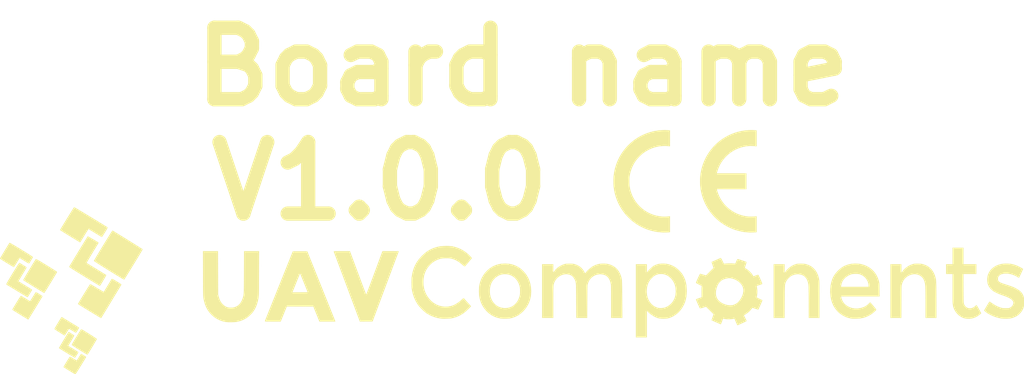
<source format=kicad_pcb>
(kicad_pcb (version 4) (host pcbnew 4.0.6-e0-6349~52~ubuntu16.10.1)

  (general
    (links 0)
    (no_connects 0)
    (area 130.71425 77.5 152.437126 85.278566)
    (thickness 1.6)
    (drawings 2)
    (tracks 0)
    (zones 0)
    (modules 2)
    (nets 1)
  )

  (page A4)
  (layers
    (0 F.Cu signal)
    (1 In1.Cu signal)
    (2 In2.Cu signal)
    (3 In3.Cu signal)
    (4 In4.Cu signal)
    (31 B.Cu signal)
    (32 B.Adhes user)
    (33 F.Adhes user)
    (34 B.Paste user)
    (35 F.Paste user)
    (36 B.SilkS user)
    (37 F.SilkS user)
    (38 B.Mask user)
    (39 F.Mask user)
    (40 Dwgs.User user)
    (41 Cmts.User user)
    (42 Eco1.User user)
    (43 Eco2.User user)
    (44 Edge.Cuts user)
    (45 Margin user)
    (46 B.CrtYd user)
    (47 F.CrtYd user)
    (48 B.Fab user)
    (49 F.Fab user)
  )

  (setup
    (last_trace_width 0.127)
    (user_trace_width 0.25)
    (user_trace_width 0.32)
    (user_trace_width 0.5)
    (user_trace_width 0.75)
    (user_trace_width 1)
    (user_trace_width 1.5)
    (user_trace_width 2)
    (user_trace_width 2.5)
    (trace_clearance 0.127)
    (zone_clearance 0.508)
    (zone_45_only no)
    (trace_min 0.12)
    (segment_width 0.2)
    (edge_width 0.15)
    (via_size 0.3)
    (via_drill 0.2)
    (via_min_size 0.12)
    (via_min_drill 0.2)
    (user_via 0.3 0.2)
    (user_via 0.4 0.2)
    (user_via 0.4 0.3)
    (uvia_size 0.2)
    (uvia_drill 0.1)
    (uvias_allowed no)
    (uvia_min_size 0.2)
    (uvia_min_drill 0.1)
    (pcb_text_width 0.3)
    (pcb_text_size 1.5 1.5)
    (mod_edge_width 0.15)
    (mod_text_size 0.5 0.5)
    (mod_text_width 0.125)
    (pad_size 1.524 1.524)
    (pad_drill 0.762)
    (pad_to_mask_clearance 0.1)
    (aux_axis_origin 0 0)
    (visible_elements FFFFFF7F)
    (pcbplotparams
      (layerselection 0x310fc_8000001f)
      (usegerberextensions true)
      (excludeedgelayer true)
      (linewidth 0.100000)
      (plotframeref false)
      (viasonmask false)
      (mode 1)
      (useauxorigin false)
      (hpglpennumber 1)
      (hpglpenspeed 20)
      (hpglpendiameter 15)
      (hpglpenoverlay 2)
      (psnegative false)
      (psa4output false)
      (plotreference true)
      (plotvalue false)
      (plotinvisibletext false)
      (padsonsilk false)
      (subtractmaskfromsilk true)
      (outputformat 1)
      (mirror false)
      (drillshape 0)
      (scaleselection 1)
      (outputdirectory ""))
  )

  (net 0 "")

  (net_class Default "This is the default net class."
    (clearance 0.127)
    (trace_width 0.127)
    (via_dia 0.3)
    (via_drill 0.2)
    (uvia_dia 0.2)
    (uvia_drill 0.1)
  )

  (module Don-UAV_C-Logo:CE3mm (layer F.Cu) (tedit 0) (tstamp 58E4B795)
    (at 145.2 81.1)
    (fp_text reference G*** (at 0 0) (layer F.SilkS) hide
      (effects (font (thickness 0.3)))
    )
    (fp_text value LOGO (at 0.75 0) (layer F.SilkS) hide
      (effects (font (thickness 0.3)))
    )
    (fp_poly (pts (xy -0.409098 -1.069455) (xy -0.394869 -1.069085) (xy -0.38082 -1.068605) (xy -0.367351 -1.068036)
      (xy -0.354862 -1.067402) (xy -0.343753 -1.066725) (xy -0.334422 -1.066026) (xy -0.327271 -1.065329)
      (xy -0.322698 -1.064655) (xy -0.322558 -1.064625) (xy -0.319186 -1.063895) (xy -0.319186 -0.900585)
      (xy -0.319196 -0.878734) (xy -0.319226 -0.857743) (xy -0.319273 -0.837801) (xy -0.319337 -0.819103)
      (xy -0.319417 -0.801839) (xy -0.31951 -0.786202) (xy -0.319616 -0.772385) (xy -0.319733 -0.760578)
      (xy -0.319861 -0.750976) (xy -0.319997 -0.743769) (xy -0.320141 -0.739149) (xy -0.32029 -0.73731)
      (xy -0.32031 -0.737285) (xy -0.32228 -0.737515) (xy -0.326284 -0.738103) (xy -0.330708 -0.738802)
      (xy -0.348722 -0.741199) (xy -0.369096 -0.742988) (xy -0.391257 -0.744165) (xy -0.414628 -0.744731)
      (xy -0.438637 -0.744681) (xy -0.462708 -0.744014) (xy -0.486267 -0.742729) (xy -0.508739 -0.740823)
      (xy -0.520738 -0.739471) (xy -0.566854 -0.732259) (xy -0.612146 -0.722217) (xy -0.656502 -0.709426)
      (xy -0.699809 -0.693965) (xy -0.741955 -0.675917) (xy -0.782826 -0.655361) (xy -0.82231 -0.632379)
      (xy -0.860295 -0.607052) (xy -0.896666 -0.579461) (xy -0.931312 -0.549686) (xy -0.96412 -0.517808)
      (xy -0.994977 -0.483909) (xy -1.02377 -0.44807) (xy -1.050387 -0.41037) (xy -1.074714 -0.370892)
      (xy -1.096639 -0.329715) (xy -1.099216 -0.32443) (xy -1.116169 -0.286933) (xy -1.130784 -0.249396)
      (xy -1.1432 -0.211347) (xy -1.153552 -0.172309) (xy -1.161978 -0.131808) (xy -1.168615 -0.089369)
      (xy -1.169886 -0.079421) (xy -1.170807 -0.069785) (xy -1.171552 -0.057677) (xy -1.17212 -0.043618)
      (xy -1.17251 -0.02813) (xy -1.172724 -0.011733) (xy -1.172761 0.005052) (xy -1.17262 0.021705)
      (xy -1.172302 0.037704) (xy -1.171808 0.05253) (xy -1.171135 0.065661) (xy -1.170286 0.076576)
      (xy -1.1699 0.080171) (xy -1.163908 0.122224) (xy -1.156055 0.162522) (xy -1.146187 0.201778)
      (xy -1.135215 0.237517) (xy -1.118998 0.281464) (xy -1.100106 0.324142) (xy -1.078631 0.365438)
      (xy -1.054662 0.405239) (xy -1.028291 0.443431) (xy -0.999608 0.479903) (xy -0.968703 0.514541)
      (xy -0.935667 0.547232) (xy -0.90059 0.577864) (xy -0.863564 0.606324) (xy -0.824678 0.632498)
      (xy -0.812201 0.640165) (xy -0.771008 0.663189) (xy -0.72861 0.683477) (xy -0.685081 0.701008)
      (xy -0.640491 0.715759) (xy -0.594912 0.727708) (xy -0.548417 0.73683) (xy -0.501076 0.743105)
      (xy -0.4811 0.744875) (xy -0.467769 0.745631) (xy -0.452583 0.746059) (xy -0.436062 0.746175)
      (xy -0.418728 0.745999) (xy -0.401102 0.745549) (xy -0.383707 0.744843) (xy -0.367065 0.7439)
      (xy -0.351695 0.742738) (xy -0.338122 0.741375) (xy -0.326865 0.73983) (xy -0.324056 0.739341)
      (xy -0.319186 0.73844) (xy -0.319186 1.065395) (xy -0.322558 1.066124) (xy -0.327713 1.06691)
      (xy -0.335476 1.06765) (xy -0.345458 1.068336) (xy -0.35727 1.068958) (xy -0.370524 1.069507)
      (xy -0.38483 1.069976) (xy -0.399799 1.070353) (xy -0.415044 1.070632) (xy -0.430174 1.070802)
      (xy -0.444801 1.070855) (xy -0.458535 1.070782) (xy -0.470989 1.070574) (xy -0.481774 1.070222)
      (xy -0.487565 1.06992) (xy -0.545158 1.064905) (xy -0.60168 1.057098) (xy -0.657185 1.046485)
      (xy -0.711729 1.03305) (xy -0.765368 1.016779) (xy -0.818156 0.997657) (xy -0.870149 0.97567)
      (xy -0.908367 0.957433) (xy -0.957808 0.93102) (xy -1.005586 0.902157) (xy -1.051626 0.870934)
      (xy -1.095855 0.837444) (xy -1.138198 0.801778) (xy -1.178578 0.764028) (xy -1.216922 0.724286)
      (xy -1.253154 0.682642) (xy -1.287199 0.639189) (xy -1.318983 0.594019) (xy -1.348431 0.547222)
      (xy -1.375468 0.498891) (xy -1.400019 0.449116) (xy -1.422008 0.397991) (xy -1.441362 0.345605)
      (xy -1.458005 0.292052) (xy -1.460862 0.281723) (xy -1.469008 0.249981) (xy -1.476028 0.218804)
      (xy -1.482039 0.187511) (xy -1.48716 0.155426) (xy -1.491507 0.121868) (xy -1.495198 0.08616)
      (xy -1.495804 0.079422) (xy -1.496509 0.069096) (xy -1.497055 0.056296) (xy -1.497445 0.041545)
      (xy -1.497681 0.025362) (xy -1.497766 0.008267) (xy -1.497702 -0.009219) (xy -1.497492 -0.026577)
      (xy -1.497137 -0.043286) (xy -1.496641 -0.058825) (xy -1.496007 -0.072675) (xy -1.495235 -0.084314)
      (xy -1.495013 -0.086914) (xy -1.488332 -0.144888) (xy -1.47891 -0.201654) (xy -1.46674 -0.257234)
      (xy -1.451816 -0.311648) (xy -1.43413 -0.364914) (xy -1.413675 -0.417055) (xy -1.390446 -0.468088)
      (xy -1.364434 -0.518036) (xy -1.335634 -0.566917) (xy -1.329566 -0.576525) (xy -1.299987 -0.620234)
      (xy -1.267769 -0.662964) (xy -1.233195 -0.704398) (xy -1.196548 -0.744222) (xy -1.158112 -0.782119)
      (xy -1.118169 -0.817774) (xy -1.098419 -0.8341) (xy -1.054283 -0.86775) (xy -1.008469 -0.898983)
      (xy -0.961115 -0.927752) (xy -0.912356 -0.954012) (xy -0.862331 -0.977714) (xy -0.811174 -0.998814)
      (xy -0.759024 -1.017263) (xy -0.706017 -1.033016) (xy -0.652289 -1.046025) (xy -0.597978 -1.056244)
      (xy -0.54322 -1.063627) (xy -0.488152 -1.068126) (xy -0.432911 -1.069694) (xy -0.409098 -1.069455)) (layer F.SilkS) (width 0.01))
    (fp_poly (pts (xy 1.407115 -1.069455) (xy 1.421344 -1.069085) (xy 1.435392 -1.068605) (xy 1.448861 -1.068036)
      (xy 1.46135 -1.067402) (xy 1.47246 -1.066725) (xy 1.48179 -1.066026) (xy 1.488942 -1.065329)
      (xy 1.493514 -1.064655) (xy 1.493654 -1.064625) (xy 1.497026 -1.063895) (xy 1.497026 -0.73694)
      (xy 1.492156 -0.737842) (xy 1.480858 -0.739564) (xy 1.46709 -0.74106) (xy 1.45137 -0.742314)
      (xy 1.434218 -0.743312) (xy 1.416153 -0.744037) (xy 1.397693 -0.744476) (xy 1.379357 -0.744612)
      (xy 1.361666 -0.744431) (xy 1.345137 -0.743917) (xy 1.330289 -0.743056) (xy 1.32588 -0.742696)
      (xy 1.284982 -0.738098) (xy 1.245841 -0.73166) (xy 1.207743 -0.723238) (xy 1.169976 -0.71269)
      (xy 1.15934 -0.709328) (xy 1.114853 -0.693359) (xy 1.071694 -0.674738) (xy 1.029967 -0.653547)
      (xy 0.98977 -0.62987) (xy 0.951207 -0.603788) (xy 0.914378 -0.575384) (xy 0.879384 -0.544739)
      (xy 0.846326 -0.511937) (xy 0.815306 -0.477059) (xy 0.786426 -0.440189) (xy 0.759785 -0.401407)
      (xy 0.739482 -0.367888) (xy 0.726437 -0.343713) (xy 0.71363 -0.317462) (xy 0.701463 -0.290049)
      (xy 0.690335 -0.26239) (xy 0.680649 -0.235402) (xy 0.678148 -0.227775) (xy 0.675822 -0.220271)
      (xy 0.673276 -0.211654) (xy 0.670648 -0.202436) (xy 0.668076 -0.193129) (xy 0.665697 -0.184247)
      (xy 0.663649 -0.1763) (xy 0.66207 -0.169802) (xy 0.661098 -0.165265) (xy 0.660849 -0.163415)
      (xy 0.662021 -0.163212) (xy 0.665565 -0.163024) (xy 0.671525 -0.162851) (xy 0.679942 -0.162692)
      (xy 0.69086 -0.162548) (xy 0.704321 -0.162417) (xy 0.720368 -0.162301) (xy 0.739044 -0.162198)
      (xy 0.760392 -0.162108) (xy 0.784454 -0.162032) (xy 0.811274 -0.161969) (xy 0.840893 -0.161919)
      (xy 0.873355 -0.161881) (xy 0.908702 -0.161856) (xy 0.946978 -0.161843) (xy 0.971793 -0.16184)
      (xy 1.282737 -0.16184) (xy 1.282737 0.16334) (xy 0.971793 0.16334) (xy 0.934608 0.163343)
      (xy 0.900318 0.163353) (xy 0.868819 0.16337) (xy 0.84001 0.163396) (xy 0.813788 0.16343)
      (xy 0.79005 0.163473) (xy 0.768694 0.163526) (xy 0.749617 0.16359) (xy 0.732718 0.163665)
      (xy 0.717892 0.163752) (xy 0.705038 0.163851) (xy 0.694053 0.163963) (xy 0.684835 0.164088)
      (xy 0.677281 0.164228) (xy 0.671288 0.164382) (xy 0.666754 0.164552) (xy 0.663577 0.164738)
      (xy 0.661654 0.164941) (xy 0.660882 0.165161) (xy 0.660857 0.165213) (xy 0.661223 0.167245)
      (xy 0.662228 0.171633) (xy 0.663742 0.177832) (xy 0.665633 0.185303) (xy 0.666853 0.190008)
      (xy 0.680195 0.23523) (xy 0.696246 0.279235) (xy 0.714931 0.321927) (xy 0.736181 0.363212)
      (xy 0.759924 0.402994) (xy 0.786087 0.441179) (xy 0.8146 0.477672) (xy 0.845391 0.512379)
      (xy 0.878389 0.545204) (xy 0.913521 0.576052) (xy 0.950717 0.604829) (xy 0.989905 0.631439)
      (xy 1.008365 0.642799) (xy 1.047417 0.664402) (xy 1.08822 0.683752) (xy 1.130411 0.70072)
      (xy 1.173629 0.715179) (xy 1.217512 0.727003) (xy 1.261699 0.736064) (xy 1.282737 0.739369)
      (xy 1.294655 0.740999) (xy 1.30539 0.74232) (xy 1.315474 0.743361) (xy 1.325441 0.744154)
      (xy 1.335825 0.744728) (xy 1.34716 0.745116) (xy 1.359978 0.745346) (xy 1.374813 0.74545)
      (xy 1.389132 0.745463) (xy 1.411445 0.745311) (xy 1.431039 0.744891) (xy 1.448179 0.744188)
      (xy 1.463134 0.743185) (xy 1.476169 0.741867) (xy 1.487552 0.740217) (xy 1.492714 0.739261)
      (xy 1.497026 0.738399) (xy 1.497026 1.065395) (xy 1.493654 1.066124) (xy 1.488499 1.06691)
      (xy 1.480736 1.06765) (xy 1.470754 1.068336) (xy 1.458942 1.068958) (xy 1.445688 1.069507)
      (xy 1.431382 1.069976) (xy 1.416413 1.070353) (xy 1.401169 1.070632) (xy 1.386039 1.070802)
      (xy 1.371412 1.070855) (xy 1.357677 1.070782) (xy 1.345223 1.070574) (xy 1.334439 1.070222)
      (xy 1.328648 1.06992) (xy 1.27147 1.064963) (xy 1.215474 1.057279) (xy 1.160541 1.046842)
      (xy 1.106553 1.033627) (xy 1.053393 1.017608) (xy 1.000943 0.99876) (xy 0.997557 0.997437)
      (xy 0.945575 0.97544) (xy 0.895145 0.950921) (xy 0.846335 0.923963) (xy 0.799216 0.894648)
      (xy 0.753856 0.86306) (xy 0.710324 0.829282) (xy 0.66869 0.793395) (xy 0.629022 0.755482)
      (xy 0.59139 0.715627) (xy 0.555863 0.673912) (xy 0.52251 0.63042) (xy 0.4914 0.585234)
      (xy 0.462603 0.538436) (xy 0.436187 0.490109) (xy 0.412222 0.440336) (xy 0.390776 0.389199)
      (xy 0.37192 0.336782) (xy 0.355721 0.283167) (xy 0.34225 0.228437) (xy 0.338002 0.208078)
      (xy 0.328833 0.154437) (xy 0.322438 0.099954) (xy 0.318817 0.044934) (xy 0.317975 -0.010318)
      (xy 0.319914 -0.065501) (xy 0.324637 -0.120309) (xy 0.332146 -0.174439) (xy 0.334367 -0.187315)
      (xy 0.345737 -0.242447) (xy 0.359871 -0.296546) (xy 0.376697 -0.349527) (xy 0.396144 -0.401309)
      (xy 0.41814 -0.451808) (xy 0.442613 -0.500941) (xy 0.469491 -0.548626) (xy 0.498703 -0.594779)
      (xy 0.530177 -0.639317) (xy 0.563841 -0.682157) (xy 0.599624 -0.723216) (xy 0.637453 -0.762411)
      (xy 0.677258 -0.79966) (xy 0.718966 -0.834878) (xy 0.762506 -0.867984) (xy 0.807806 -0.898893)
      (xy 0.854795 -0.927524) (xy 0.9034 -0.953792) (xy 0.953549 -0.977616) (xy 1.005172 -0.998912)
      (xy 1.048967 -1.014568) (xy 1.103444 -1.031179) (xy 1.158247 -1.044829) (xy 1.213338 -1.055511)
      (xy 1.268676 -1.063219) (xy 1.324222 -1.067948) (xy 1.379935 -1.06969) (xy 1.407115 -1.069455)) (layer F.SilkS) (width 0.01))
  )

  (module Don-UAV_C-Logo:LOGO25mm (layer F.Cu) (tedit 0) (tstamp 58E4B92E)
    (at 142.4 83.7)
    (fp_text reference G*** (at 0 0) (layer F.SilkS) hide
      (effects (font (thickness 0.3)))
    )
    (fp_text value LOGO (at 0.75 0) (layer F.SilkS) hide
      (effects (font (thickness 0.3)))
    )
    (fp_poly (pts (xy -9.850956 1.03084) (xy -9.839251 1.037078) (xy -9.82383 1.046019) (xy -9.806608 1.056472)
      (xy -9.789502 1.067246) (xy -9.774426 1.07715) (xy -9.763297 1.084994) (xy -9.758029 1.089586)
      (xy -9.757872 1.09014) (xy -9.764016 1.101142) (xy -9.774111 1.118348) (xy -9.787529 1.140746)
      (xy -9.80364 1.167324) (xy -9.821818 1.197071) (xy -9.841433 1.228976) (xy -9.861856 1.262026)
      (xy -9.882461 1.295212) (xy -9.902618 1.327521) (xy -9.921698 1.357941) (xy -9.939074 1.385461)
      (xy -9.954118 1.409071) (xy -9.9662 1.427757) (xy -9.974693 1.44051) (xy -9.978967 1.446317)
      (xy -9.979302 1.446565) (xy -9.984618 1.444135) (xy -9.997036 1.437298) (xy -10.01547 1.426687)
      (xy -10.038838 1.412935) (xy -10.066054 1.396675) (xy -10.096037 1.37854) (xy -10.102229 1.374769)
      (xy -10.132487 1.356195) (xy -10.15997 1.339087) (xy -10.183628 1.324117) (xy -10.202414 1.311956)
      (xy -10.215277 1.303278) (xy -10.22117 1.298754) (xy -10.221421 1.298403) (xy -10.219497 1.293027)
      (xy -10.213221 1.280947) (xy -10.203413 1.263503) (xy -10.190896 1.242037) (xy -10.17649 1.217888)
      (xy -10.161017 1.192396) (xy -10.145298 1.166903) (xy -10.130154 1.142748) (xy -10.116408 1.121273)
      (xy -10.104879 1.103817) (xy -10.096391 1.091721) (xy -10.091762 1.086326) (xy -10.091379 1.086168)
      (xy -10.085809 1.088568) (xy -10.073567 1.095202) (xy -10.05614 1.10522) (xy -10.035014 1.117776)
      (xy -10.019799 1.12702) (xy -9.997165 1.140761) (xy -9.97738 1.152533) (xy -9.961894 1.16149)
      (xy -9.95216 1.166788) (xy -9.949582 1.167871) (xy -9.946039 1.16397) (xy -9.938454 1.15316)
      (xy -9.927712 1.136787) (xy -9.9147 1.116194) (xy -9.903616 1.098184) (xy -9.889414 1.075235)
      (xy -9.876734 1.055468) (xy -9.866477 1.040228) (xy -9.859542 1.03086) (xy -9.857028 1.028496)
      (xy -9.850956 1.03084)) (layer F.SilkS) (width 0.01))
    (fp_poly (pts (xy -10.115125 0.570145) (xy -10.104614 0.576006) (xy -10.08966 0.584897) (xy -10.072058 0.595694)
      (xy -10.053603 0.607271) (xy -10.036088 0.618503) (xy -10.021309 0.628265) (xy -10.011059 0.635431)
      (xy -10.007146 0.638828) (xy -10.009155 0.643946) (xy -10.015572 0.656104) (xy -10.025746 0.67417)
      (xy -10.039029 0.697009) (xy -10.05477 0.723488) (xy -10.070347 0.749234) (xy -10.135011 0.855287)
      (xy -10.027354 0.92113) (xy -9.998586 0.938829) (xy -9.972734 0.954936) (xy -9.950869 0.968765)
      (xy -9.934065 0.979633) (xy -9.923394 0.986855) (xy -9.919914 0.989712) (xy -9.922521 0.995422)
      (xy -9.929212 1.007103) (xy -9.938789 1.022879) (xy -9.950055 1.040873) (xy -9.961813 1.059209)
      (xy -9.972866 1.076011) (xy -9.982017 1.089403) (xy -9.988069 1.097508) (xy -9.989668 1.099041)
      (xy -9.994638 1.096945) (xy -10.006887 1.090341) (xy -10.025508 1.07976) (xy -10.049595 1.065731)
      (xy -10.078238 1.048784) (xy -10.110532 1.029448) (xy -10.145568 1.008254) (xy -10.155038 1.00249)
      (xy -10.190584 0.980735) (xy -10.223487 0.960414) (xy -10.252854 0.942095) (xy -10.277794 0.92634)
      (xy -10.297413 0.913716) (xy -10.31082 0.904787) (xy -10.317121 0.900118) (xy -10.317485 0.899675)
      (xy -10.315315 0.895082) (xy -10.308792 0.883348) (xy -10.298555 0.865543) (xy -10.285245 0.842737)
      (xy -10.269501 0.816001) (xy -10.251964 0.786406) (xy -10.233275 0.755022) (xy -10.214073 0.72292)
      (xy -10.194999 0.691172) (xy -10.176694 0.660846) (xy -10.159797 0.633016) (xy -10.144949 0.60875)
      (xy -10.13279 0.58912) (xy -10.12396 0.575196) (xy -10.119399 0.568441) (xy -10.115125 0.570145)) (layer F.SilkS) (width 0.01))
    (fp_poly (pts (xy -9.848615 0.51204) (xy -9.835845 0.518946) (xy -9.817299 0.529689) (xy -9.794045 0.543594)
      (xy -9.767153 0.559986) (xy -9.737692 0.57819) (xy -9.706731 0.597531) (xy -9.67534 0.617334)
      (xy -9.644588 0.636926) (xy -9.615544 0.655629) (xy -9.589278 0.672771) (xy -9.566858 0.687676)
      (xy -9.549354 0.699669) (xy -9.537836 0.708075) (xy -9.533372 0.71222) (xy -9.533352 0.712353)
      (xy -9.535858 0.717714) (xy -9.542712 0.730167) (xy -9.553248 0.7486) (xy -9.566802 0.771903)
      (xy -9.582709 0.798965) (xy -9.600303 0.828676) (xy -9.618921 0.859925) (xy -9.637898 0.891602)
      (xy -9.656568 0.922594) (xy -9.674267 0.951793) (xy -9.69033 0.978087) (xy -9.704092 1.000366)
      (xy -9.714889 1.017518) (xy -9.722056 1.028434) (xy -9.724519 1.031731) (xy -9.728025 1.031951)
      (xy -9.735797 1.029101) (xy -9.7484 1.02286) (xy -9.766398 1.012911) (xy -9.790356 0.998931)
      (xy -9.820839 0.980603) (xy -9.858411 0.957606) (xy -9.890861 0.937549) (xy -9.936207 0.909238)
      (xy -9.974262 0.885061) (xy -10.004834 0.865145) (xy -10.027736 0.849615) (xy -10.042776 0.8386)
      (xy -10.049767 0.832225) (xy -10.050263 0.830984) (xy -10.04727 0.824569) (xy -10.039982 0.811317)
      (xy -10.029058 0.792311) (xy -10.015158 0.768635) (xy -9.998942 0.741371) (xy -9.981069 0.711602)
      (xy -9.962198 0.680412) (xy -9.942991 0.648882) (xy -9.924105 0.618097) (xy -9.906201 0.589138)
      (xy -9.889938 0.56309) (xy -9.875976 0.541034) (xy -9.864975 0.524055) (xy -9.857593 0.513234)
      (xy -9.854539 0.509645) (xy -9.848615 0.51204)) (layer F.SilkS) (width 0.01))
    (fp_poly (pts (xy 2.421919 -0.861004) (xy 2.480572 -0.845845) (xy 2.537553 -0.82314) (xy 2.591693 -0.792964)
      (xy 2.59326 -0.791945) (xy 2.618406 -0.773559) (xy 2.646187 -0.750012) (xy 2.674389 -0.723472)
      (xy 2.7008 -0.696102) (xy 2.723207 -0.670069) (xy 2.737054 -0.65122) (xy 2.769952 -0.594566)
      (xy 2.795517 -0.535476) (xy 2.814067 -0.472777) (xy 2.825921 -0.4053) (xy 2.831399 -0.331873)
      (xy 2.831873 -0.302781) (xy 2.82978 -0.23378) (xy 2.822939 -0.171404) (xy 2.810949 -0.113708)
      (xy 2.793412 -0.058746) (xy 2.77121 -0.007209) (xy 2.736966 0.05384) (xy 2.696307 0.109169)
      (xy 2.649987 0.158121) (xy 2.59876 0.20004) (xy 2.543379 0.234267) (xy 2.484598 0.260145)
      (xy 2.453491 0.269933) (xy 2.420488 0.276532) (xy 2.381849 0.280397) (xy 2.340659 0.281527)
      (xy 2.3 0.279921) (xy 2.262956 0.275579) (xy 2.237547 0.270006) (xy 2.190729 0.252864)
      (xy 2.142604 0.228493) (xy 2.095676 0.198487) (xy 2.05245 0.164441) (xy 2.016643 0.129308)
      (xy 1.994513 0.104694) (xy 1.994513 0.672848) (xy 1.773434 0.672848) (xy 1.773434 -0.279307)
      (xy 1.99174 -0.279307) (xy 1.996962 -0.219027) (xy 2.009939 -0.161843) (xy 2.030408 -0.109019)
      (xy 2.049793 -0.074154) (xy 2.083523 -0.029484) (xy 2.12237 0.007194) (xy 2.166088 0.035701)
      (xy 2.214435 0.055852) (xy 2.23001 0.060294) (xy 2.257288 0.064673) (xy 2.290005 0.06594)
      (xy 2.324565 0.064262) (xy 2.357371 0.059809) (xy 2.383803 0.053103) (xy 2.430015 0.032514)
      (xy 2.47377 0.003766) (xy 2.513244 -0.031709) (xy 2.546612 -0.07248) (xy 2.549833 -0.077229)
      (xy 2.575965 -0.123237) (xy 2.594351 -0.17159) (xy 2.605427 -0.22383) (xy 2.609624 -0.281498)
      (xy 2.609688 -0.290141) (xy 2.605922 -0.353731) (xy 2.594472 -0.411841) (xy 2.575108 -0.465056)
      (xy 2.547599 -0.513965) (xy 2.511717 -0.559155) (xy 2.49934 -0.572019) (xy 2.458618 -0.606996)
      (xy 2.415613 -0.632757) (xy 2.369763 -0.649542) (xy 2.320503 -0.657592) (xy 2.297294 -0.658429)
      (xy 2.251357 -0.655351) (xy 2.210046 -0.645639) (xy 2.171728 -0.628578) (xy 2.134771 -0.603455)
      (xy 2.100117 -0.572156) (xy 2.064382 -0.531313) (xy 2.036449 -0.487763) (xy 2.015683 -0.440116)
      (xy 2.001448 -0.386981) (xy 1.994534 -0.341418) (xy 1.99174 -0.279307) (xy 1.773434 -0.279307)
      (xy 1.773434 -0.855478) (xy 1.994513 -0.855478) (xy 1.994513 -0.665767) (xy 2.012045 -0.692136)
      (xy 2.026304 -0.710955) (xy 2.045763 -0.733052) (xy 2.068412 -0.756472) (xy 2.092242 -0.779257)
      (xy 2.115242 -0.799452) (xy 2.135403 -0.815099) (xy 2.144409 -0.820974) (xy 2.193919 -0.844675)
      (xy 2.247593 -0.860453) (xy 2.304262 -0.868384) (xy 2.36276 -0.868542) (xy 2.421919 -0.861004)) (layer F.SilkS) (width 0.01))
    (fp_poly (pts (xy -10.260997 0.257147) (xy -10.249444 0.263959) (xy -10.231738 0.274553) (xy -10.208899 0.28831)
      (xy -10.181948 0.304607) (xy -10.151905 0.322823) (xy -10.119789 0.342336) (xy -10.086622 0.362525)
      (xy -10.053423 0.382768) (xy -10.021213 0.402444) (xy -9.991011 0.420931) (xy -9.963838 0.437608)
      (xy -9.940714 0.451853) (xy -9.922659 0.463045) (xy -9.910694 0.470562) (xy -9.905838 0.473782)
      (xy -9.90583 0.473789) (xy -9.90746 0.478297) (xy -9.913252 0.489354) (xy -9.922312 0.505335)
      (xy -9.933744 0.524614) (xy -9.934666 0.526138) (xy -9.94933 0.549307) (xy -9.960805 0.565255)
      (xy -9.968686 0.573452) (xy -9.971655 0.574387) (xy -9.977704 0.571151) (xy -9.990393 0.563735)
      (xy -10.008208 0.553043) (xy -10.029632 0.539985) (xy -10.045362 0.530293) (xy -10.072176 0.514129)
      (xy -10.093173 0.502372) (xy -10.107723 0.495348) (xy -10.115194 0.493382) (xy -10.115958 0.493823)
      (xy -10.119421 0.499536) (xy -10.126948 0.511971) (xy -10.13763 0.529627) (xy -10.150558 0.551001)
      (xy -10.16 0.566615) (xy -10.173779 0.589153) (xy -10.185871 0.60846) (xy -10.195401 0.623179)
      (xy -10.201496 0.631952) (xy -10.203254 0.633828) (xy -10.207831 0.63131) (xy -10.219453 0.624402)
      (xy -10.237001 0.613787) (xy -10.259353 0.600144) (xy -10.285388 0.584155) (xy -10.308988 0.569593)
      (xy -10.338805 0.550882) (xy -10.36483 0.534014) (xy -10.386105 0.519647) (xy -10.40167 0.508439)
      (xy -10.410566 0.501052) (xy -10.412318 0.498589) (xy -10.409941 0.493028) (xy -10.403314 0.480681)
      (xy -10.39319 0.462799) (xy -10.380323 0.440634) (xy -10.365467 0.415435) (xy -10.349376 0.388454)
      (xy -10.332802 0.360942) (xy -10.316501 0.334149) (xy -10.301225 0.309327) (xy -10.287729 0.287726)
      (xy -10.276766 0.270596) (xy -10.26909 0.25919) (xy -10.265454 0.254758) (xy -10.265378 0.254741)
      (xy -10.260997 0.257147)) (layer F.SilkS) (width 0.01))
    (fp_poly (pts (xy 3.551122 -0.981173) (xy 3.557932 -0.970007) (xy 3.567155 -0.953301) (xy 3.577908 -0.932614)
      (xy 3.581535 -0.925393) (xy 3.611346 -0.865545) (xy 3.649996 -0.868922) (xy 3.68566 -0.871103)
      (xy 3.726843 -0.872117) (xy 3.769522 -0.871941) (xy 3.809671 -0.870551) (xy 3.820585 -0.869896)
      (xy 3.856401 -0.867493) (xy 3.876737 -0.915553) (xy 3.886888 -0.938056) (xy 3.895391 -0.953915)
      (xy 3.901682 -0.962139) (xy 3.903791 -0.963081) (xy 3.911203 -0.961354) (xy 3.925643 -0.957093)
      (xy 3.945344 -0.950893) (xy 3.96854 -0.94335) (xy 3.993464 -0.935056) (xy 4.01835 -0.926609)
      (xy 4.04143 -0.918601) (xy 4.060939 -0.911628) (xy 4.07511 -0.906284) (xy 4.082177 -0.903165)
      (xy 4.082534 -0.902908) (xy 4.083004 -0.896508) (xy 4.079967 -0.882133) (xy 4.073647 -0.860664)
      (xy 4.066838 -0.840305) (xy 4.059339 -0.818411) (xy 4.053295 -0.800135) (xy 4.049258 -0.787198)
      (xy 4.047783 -0.781321) (xy 4.047823 -0.781149) (xy 4.104259 -0.742948) (xy 4.151235 -0.703866)
      (xy 4.18871 -0.663943) (xy 4.214772 -0.626482) (xy 4.231454 -0.597835) (xy 4.278773 -0.616411)
      (xy 4.298751 -0.623922) (xy 4.315589 -0.629637) (xy 4.327191 -0.63288) (xy 4.331185 -0.633288)
      (xy 4.334892 -0.628492) (xy 4.341449 -0.616523) (xy 4.350157 -0.598962) (xy 4.360318 -0.577392)
      (xy 4.371234 -0.553393) (xy 4.382208 -0.528545) (xy 4.39254 -0.504432) (xy 4.401533 -0.482633)
      (xy 4.408489 -0.46473) (xy 4.412709 -0.452304) (xy 4.413496 -0.446937) (xy 4.413471 -0.446912)
      (xy 4.4076 -0.444108) (xy 4.394504 -0.439102) (xy 4.376119 -0.4326) (xy 4.354381 -0.42531)
      (xy 4.354286 -0.425279) (xy 4.332801 -0.418175) (xy 4.314896 -0.412109) (xy 4.302412 -0.407716)
      (xy 4.29719 -0.405628) (xy 4.297169 -0.405611) (xy 4.297256 -0.400522) (xy 4.299069 -0.388298)
      (xy 4.302253 -0.371187) (xy 4.303842 -0.363425) (xy 4.307734 -0.337005) (xy 4.30982 -0.305504)
      (xy 4.310153 -0.271754) (xy 4.308789 -0.238588) (xy 4.305782 -0.208838) (xy 4.301184 -0.185337)
      (xy 4.300393 -0.18263) (xy 4.293704 -0.161003) (xy 4.355234 -0.131274) (xy 4.377221 -0.120503)
      (xy 4.395735 -0.111153) (xy 4.409233 -0.104024) (xy 4.41617 -0.099918) (xy 4.416765 -0.099321)
      (xy 4.414917 -0.094443) (xy 4.409837 -0.08237) (xy 4.40222 -0.064681) (xy 4.392764 -0.042953)
      (xy 4.382163 -0.018766) (xy 4.371114 0.006303) (xy 4.360312 0.030675) (xy 4.350454 0.052772)
      (xy 4.342234 0.071016) (xy 4.33635 0.083828) (xy 4.333497 0.089631) (xy 4.333382 0.089791)
      (xy 4.328499 0.088923) (xy 4.316265 0.085405) (xy 4.298399 0.079764) (xy 4.276622 0.07253)
      (xy 4.27106 0.070634) (xy 4.210367 0.049849) (xy 4.184701 0.083799) (xy 4.153009 0.120009)
      (xy 4.11452 0.154619) (xy 4.072014 0.185197) (xy 4.060879 0.19205) (xy 4.027583 0.211831)
      (xy 4.05662 0.269757) (xy 4.067191 0.291386) (xy 4.075805 0.310056) (xy 4.081705 0.324043)
      (xy 4.084135 0.331626) (xy 4.084117 0.332304) (xy 4.079677 0.335096) (xy 4.068039 0.341085)
      (xy 4.05078 0.34954) (xy 4.029473 0.359728) (xy 4.005695 0.370918) (xy 3.98102 0.382379)
      (xy 3.957023 0.393378) (xy 3.93528 0.403184) (xy 3.917367 0.411065) (xy 3.904857 0.416289)
      (xy 3.899367 0.418127) (xy 3.896904 0.414169) (xy 3.89203 0.404127) (xy 3.889126 0.397701)
      (xy 3.883348 0.384549) (xy 3.875045 0.365533) (xy 3.865506 0.343612) (xy 3.859257 0.329215)
      (xy 3.850725 0.309621) (xy 3.843673 0.293591) (xy 3.838925 0.282989) (xy 3.83733 0.279654)
      (xy 3.832466 0.279843) (xy 3.82056 0.281695) (xy 3.803965 0.284832) (xy 3.799892 0.285662)
      (xy 3.771593 0.289878) (xy 3.738505 0.292255) (xy 3.703795 0.292787) (xy 3.670632 0.291466)
      (xy 3.642184 0.288285) (xy 3.630975 0.286056) (xy 3.614904 0.282341) (xy 3.602397 0.279748)
      (xy 3.596972 0.278922) (xy 3.593573 0.283142) (xy 3.587902 0.294816) (xy 3.580688 0.312269)
      (xy 3.572659 0.333824) (xy 3.57084 0.338996) (xy 3.562518 0.361723) (xy 3.555021 0.379984)
      (xy 3.549013 0.392299) (xy 3.545158 0.397188) (xy 3.544767 0.397175) (xy 3.538999 0.394661)
      (xy 3.526277 0.389016) (xy 3.508186 0.380952) (xy 3.486314 0.37118) (xy 3.462246 0.36041)
      (xy 3.437569 0.349353) (xy 3.413869 0.33872) (xy 3.392732 0.329221) (xy 3.375746 0.321567)
      (xy 3.364495 0.316469) (xy 3.360575 0.314648) (xy 3.361628 0.310108) (xy 3.365388 0.298189)
      (xy 3.371307 0.280558) (xy 3.378835 0.258879) (xy 3.381229 0.252104) (xy 3.403143 0.19033)
      (xy 3.240968 0.028155) (xy 3.179515 0.048147) (xy 3.156649 0.055213) (xy 3.137043 0.06057)
      (xy 3.122496 0.063777) (xy 3.114802 0.064397) (xy 3.114171 0.064108) (xy 3.111013 0.058557)
      (xy 3.10481 0.04588) (xy 3.096294 0.027716) (xy 3.086199 0.005705) (xy 3.075256 -0.018514)
      (xy 3.064199 -0.043302) (xy 3.053761 -0.06702) (xy 3.044674 -0.088028) (xy 3.037671 -0.104686)
      (xy 3.033485 -0.115356) (xy 3.032621 -0.118335) (xy 3.036942 -0.121334) (xy 3.048778 -0.126445)
      (xy 3.066442 -0.133013) (xy 3.088244 -0.140378) (xy 3.093898 -0.142189) (xy 3.120561 -0.150981)
      (xy 3.138776 -0.157846) (xy 3.149422 -0.163174) (xy 3.153378 -0.167354) (xy 3.153374 -0.168518)
      (xy 3.152039 -0.178529) (xy 3.150931 -0.196179) (xy 3.150071 -0.219498) (xy 3.149675 -0.237459)
      (xy 3.441096 -0.237459) (xy 3.447902 -0.190529) (xy 3.463249 -0.147945) (xy 3.487123 -0.109751)
      (xy 3.519509 -0.075993) (xy 3.547529 -0.05483) (xy 3.592211 -0.029391) (xy 3.639767 -0.010042)
      (xy 3.688338 0.002779) (xy 3.736065 0.008631) (xy 3.78109 0.007075) (xy 3.797748 0.004317)
      (xy 3.832078 -0.006342) (xy 3.867154 -0.023415) (xy 3.899064 -0.044907) (xy 3.90655 -0.051139)
      (xy 3.935211 -0.080794) (xy 3.962357 -0.117457) (xy 3.986442 -0.158522) (xy 4.005919 -0.201385)
      (xy 4.018199 -0.239218) (xy 4.026492 -0.288396) (xy 4.025575 -0.334882) (xy 4.015496 -0.378572)
      (xy 3.996304 -0.41936) (xy 3.968045 -0.457145) (xy 3.930767 -0.491821) (xy 3.889359 -0.520398)
      (xy 3.843766 -0.544033) (xy 3.797733 -0.560427) (xy 3.75282 -0.569166) (xy 3.710582 -0.569835)
      (xy 3.705779 -0.569354) (xy 3.651135 -0.559789) (xy 3.603594 -0.544079) (xy 3.562726 -0.521845)
      (xy 3.528104 -0.492703) (xy 3.499301 -0.456274) (xy 3.475889 -0.412176) (xy 3.45744 -0.360027)
      (xy 3.453168 -0.344177) (xy 3.442847 -0.28869) (xy 3.441096 -0.237459) (xy 3.149675 -0.237459)
      (xy 3.149475 -0.246514) (xy 3.149161 -0.275257) (xy 3.149149 -0.303757) (xy 3.149456 -0.330043)
      (xy 3.1501 -0.352144) (xy 3.1511 -0.36809) (xy 3.151505 -0.371621) (xy 3.15603 -0.404415)
      (xy 3.094326 -0.435336) (xy 3.072346 -0.446638) (xy 3.053821 -0.456714) (xy 3.040282 -0.464686)
      (xy 3.033261 -0.46968) (xy 3.032621 -0.470629) (xy 3.034545 -0.477013) (xy 3.039826 -0.490224)
      (xy 3.047727 -0.508664) (xy 3.057513 -0.530739) (xy 3.068446 -0.55485) (xy 3.079791 -0.579402)
      (xy 3.090811 -0.602797) (xy 3.100769 -0.623438) (xy 3.10893 -0.63973) (xy 3.114557 -0.650075)
      (xy 3.116727 -0.652994) (xy 3.122909 -0.652176) (xy 3.136355 -0.648947) (xy 3.155169 -0.643803)
      (xy 3.177452 -0.63724) (xy 3.180641 -0.636267) (xy 3.23975 -0.618152) (xy 3.401796 -0.779988)
      (xy 3.381039 -0.840562) (xy 3.373496 -0.862978) (xy 3.3674 -0.881872) (xy 3.363286 -0.895529)
      (xy 3.361687 -0.902231) (xy 3.361734 -0.902611) (xy 3.366697 -0.905251) (xy 3.378853 -0.911001)
      (xy 3.3966 -0.919149) (xy 3.418337 -0.928984) (xy 3.44246 -0.939794) (xy 3.46737 -0.950865)
      (xy 3.491464 -0.961487) (xy 3.51314 -0.970947) (xy 3.530797 -0.978534) (xy 3.542834 -0.983534)
      (xy 3.547607 -0.985241) (xy 3.551122 -0.981173)) (layer F.SilkS) (width 0.01))
    (fp_poly (pts (xy -6.991706 -0.674049) (xy -6.990234 -0.218675) (xy -6.977233 -0.171235) (xy -6.963197 -0.126483)
      (xy -6.947234 -0.089086) (xy -6.928134 -0.056814) (xy -6.904689 -0.027437) (xy -6.892128 -0.014298)
      (xy -6.861068 0.013642) (xy -6.830814 0.033839) (xy -6.799026 0.047246) (xy -6.763364 0.05482)
      (xy -6.721489 0.057515) (xy -6.716132 0.057555) (xy -6.666192 0.053508) (xy -6.620975 0.041099)
      (xy -6.580508 0.020353) (xy -6.544815 -0.008706) (xy -6.513921 -0.046053) (xy -6.487853 -0.091664)
      (xy -6.466635 -0.145515) (xy -6.45314 -0.194645) (xy -6.451448 -0.202259) (xy -6.449956 -0.209929)
      (xy -6.448647 -0.218288) (xy -6.447506 -0.22797) (xy -6.446518 -0.23961) (xy -6.445669 -0.253843)
      (xy -6.444942 -0.271302) (xy -6.444322 -0.292623) (xy -6.443794 -0.318438) (xy -6.443343 -0.349383)
      (xy -6.442954 -0.386091) (xy -6.44261 -0.429198) (xy -6.442298 -0.479337) (xy -6.442002 -0.537142)
      (xy -6.441706 -0.603248) (xy -6.441395 -0.67829) (xy -6.441374 -0.683661) (xy -6.43957 -1.129423)
      (xy -6.131887 -1.129423) (xy -6.133967 -0.664437) (xy -6.134337 -0.585488) (xy -6.134705 -0.515544)
      (xy -6.135084 -0.453996) (xy -6.135485 -0.400237) (xy -6.13592 -0.353661) (xy -6.136401 -0.313658)
      (xy -6.13694 -0.279622) (xy -6.137548 -0.250944) (xy -6.138238 -0.227018) (xy -6.139021 -0.207235)
      (xy -6.13991 -0.190988) (xy -6.140915 -0.177669) (xy -6.142049 -0.166672) (xy -6.143324 -0.157387)
      (xy -6.143914 -0.153794) (xy -6.159067 -0.080289) (xy -6.178029 -0.014715) (xy -6.20129 0.044017)
      (xy -6.229338 0.096997) (xy -6.26266 0.145313) (xy -6.294807 0.182797) (xy -6.347487 0.23272)
      (xy -6.403638 0.273799) (xy -6.463892 0.306372) (xy -6.528882 0.330777) (xy -6.599239 0.347355)
      (xy -6.603165 0.348027) (xy -6.629635 0.351275) (xy -6.662816 0.353543) (xy -6.699853 0.354799)
      (xy -6.73789 0.355015) (xy -6.774072 0.35416) (xy -6.805546 0.352205) (xy -6.822195 0.350321)
      (xy -6.889962 0.335776) (xy -6.955647 0.31225) (xy -7.01804 0.280334) (xy -7.075928 0.24062)
      (xy -7.113584 0.208057) (xy -7.160008 0.158696) (xy -7.199211 0.105446) (xy -7.231689 0.04735)
      (xy -7.257936 -0.01655) (xy -7.278448 -0.087212) (xy -7.287093 -0.12736) (xy -7.288771 -0.136326)
      (xy -7.290258 -0.145163) (xy -7.291567 -0.154497) (xy -7.292712 -0.164949) (xy -7.293709 -0.177143)
      (xy -7.29457 -0.191702) (xy -7.295311 -0.209249) (xy -7.295944 -0.230407) (xy -7.296485 -0.2558)
      (xy -7.296948 -0.28605) (xy -7.297346 -0.321781) (xy -7.297693 -0.363615) (xy -7.298004 -0.412177)
      (xy -7.298294 -0.468088) (xy -7.298575 -0.531973) (xy -7.298863 -0.604453) (xy -7.299053 -0.654825)
      (xy -7.300833 -1.129423) (xy -6.993177 -1.129423) (xy -6.991706 -0.674049)) (layer F.SilkS) (width 0.01))
    (fp_poly (pts (xy -4.830896 -0.402507) (xy -4.798949 -0.322787) (xy -4.767954 -0.2454) (xy -4.738104 -0.170825)
      (xy -4.709589 -0.099542) (xy -4.6826 -0.032028) (xy -4.657328 0.031237) (xy -4.633964 0.089774)
      (xy -4.612698 0.143106) (xy -4.593723 0.190753) (xy -4.577227 0.232237) (xy -4.563403 0.267078)
      (xy -4.552442 0.294799) (xy -4.544534 0.31492) (xy -4.53987 0.326962) (xy -4.538613 0.330416)
      (xy -4.535795 0.34123) (xy -4.698559 0.341209) (xy -4.861324 0.341188) (xy -4.924633 0.183811)
      (xy -4.987942 0.026433) (xy -5.268858 0.025194) (xy -5.549774 0.023954) (xy -5.67801 0.34123)
      (xy -5.840947 0.34123) (xy -5.884807 0.341208) (xy -5.91999 0.341108) (xy -5.947431 0.34088)
      (xy -5.968065 0.340472) (xy -5.982827 0.339833) (xy -5.992652 0.338912) (xy -5.998475 0.337659)
      (xy -6.001231 0.336022) (xy -6.001855 0.333951) (xy -6.001593 0.332472) (xy -5.99958 0.327114)
      (xy -5.994178 0.313311) (xy -5.985576 0.291539) (xy -5.973967 0.262276) (xy -5.959538 0.225996)
      (xy -5.942481 0.183177) (xy -5.922986 0.134295) (xy -5.901242 0.079825) (xy -5.877441 0.020245)
      (xy -5.851771 -0.043969) (xy -5.824423 -0.112342) (xy -5.795588 -0.184396) (xy -5.765454 -0.259657)
      (xy -5.763581 -0.264333) (xy -5.435508 -0.264333) (xy -5.269255 -0.264333) (xy -5.223241 -0.264401)
      (xy -5.186069 -0.264624) (xy -5.156971 -0.26503) (xy -5.135176 -0.265648) (xy -5.119916 -0.266505)
      (xy -5.110422 -0.267631) (xy -5.105925 -0.269052) (xy -5.105373 -0.270341) (xy -5.118419 -0.303275)
      (xy -5.132853 -0.339519) (xy -5.148278 -0.378091) (xy -5.164295 -0.41801) (xy -5.180508 -0.458294)
      (xy -5.196517 -0.49796) (xy -5.211926 -0.536026) (xy -5.226337 -0.571511) (xy -5.239352 -0.603434)
      (xy -5.250573 -0.630811) (xy -5.259602 -0.65266) (xy -5.266042 -0.668001) (xy -5.269495 -0.675852)
      (xy -5.269971 -0.676677) (xy -5.271923 -0.672143) (xy -5.277016 -0.659738) (xy -5.284827 -0.640518)
      (xy -5.294933 -0.615538) (xy -5.306908 -0.585852) (xy -5.32033 -0.552517) (xy -5.334773 -0.516587)
      (xy -5.349815 -0.479118) (xy -5.36503 -0.441165) (xy -5.379996 -0.403783) (xy -5.394288 -0.368028)
      (xy -5.407482 -0.334954) (xy -5.419154 -0.305618) (xy -5.426472 -0.287162) (xy -5.435508 -0.264333)
      (xy -5.763581 -0.264333) (xy -5.734213 -0.337646) (xy -5.709065 -0.4004) (xy -5.418827 -1.124516)
      (xy -5.269594 -1.124566) (xy -5.120362 -1.124617) (xy -4.830896 -0.402507)) (layer F.SilkS) (width 0.01))
    (fp_poly (pts (xy -3.333672 -1.129369) (xy -3.297928 -1.12928) (xy -3.266508 -1.129137) (xy -3.240502 -1.128948)
      (xy -3.221 -1.12872) (xy -3.209093 -1.12846) (xy -3.205759 -1.128221) (xy -3.207422 -1.123663)
      (xy -3.212267 -1.110573) (xy -3.220118 -1.089423) (xy -3.230799 -1.060688) (xy -3.244132 -1.02484)
      (xy -3.259943 -0.982355) (xy -3.278053 -0.933705) (xy -3.298288 -0.879364) (xy -3.32047 -0.819805)
      (xy -3.344424 -0.755502) (xy -3.369973 -0.686929) (xy -3.39694 -0.61456) (xy -3.42515 -0.538867)
      (xy -3.454425 -0.460325) (xy -3.479114 -0.394096) (xy -3.752349 0.338827) (xy -4.013235 0.341385)
      (xy -4.018291 0.328091) (xy -4.02051 0.322166) (xy -4.025903 0.307725) (xy -4.034285 0.285259)
      (xy -4.045475 0.255259) (xy -4.059289 0.218215) (xy -4.075544 0.174619) (xy -4.094057 0.124961)
      (xy -4.114645 0.069732) (xy -4.137125 0.009423) (xy -4.161315 -0.055474) (xy -4.18703 -0.124469)
      (xy -4.214089 -0.197071) (xy -4.242307 -0.272789) (xy -4.271503 -0.351133) (xy -4.289305 -0.398902)
      (xy -4.318963 -0.478488) (xy -4.347735 -0.555686) (xy -4.375438 -0.630011) (xy -4.401892 -0.700976)
      (xy -4.426914 -0.768095) (xy -4.450324 -0.83088) (xy -4.47194 -0.888846) (xy -4.49158 -0.941506)
      (xy -4.509064 -0.988373) (xy -4.524209 -1.028961) (xy -4.536834 -1.062784) (xy -4.546757 -1.089354)
      (xy -4.553798 -1.108185) (xy -4.557775 -1.118792) (xy -4.558618 -1.121012) (xy -4.559034 -1.12325)
      (xy -4.557702 -1.125051) (xy -4.553708 -1.126464) (xy -4.546139 -1.127534) (xy -4.534081 -1.128309)
      (xy -4.516622 -1.128834) (xy -4.492847 -1.129156) (xy -4.461844 -1.129322) (xy -4.422699 -1.129378)
      (xy -4.39445 -1.129378) (xy -4.226925 -1.129333) (xy -4.05631 -0.669969) (xy -4.032686 -0.606416)
      (xy -4.009981 -0.545435) (xy -3.988421 -0.487628) (xy -3.96823 -0.433594) (xy -3.949636 -0.383935)
      (xy -3.932863 -0.33925) (xy -3.918137 -0.300141) (xy -3.905683 -0.267208) (xy -3.895729 -0.241051)
      (xy -3.888498 -0.22227) (xy -3.884217 -0.211467) (xy -3.883085 -0.208964) (xy -3.881096 -0.213145)
      (xy -3.87601 -0.225751) (xy -3.868052 -0.24619) (xy -3.857445 -0.273865) (xy -3.844414 -0.308183)
      (xy -3.829181 -0.34855) (xy -3.811972 -0.394371) (xy -3.79301 -0.445051) (xy -3.772518 -0.499996)
      (xy -3.750721 -0.558612) (xy -3.727842 -0.620305) (xy -3.710067 -0.668346) (xy -3.539659 -1.12937)
      (xy -3.372649 -1.129397) (xy -3.333672 -1.129369)) (layer F.SilkS) (width 0.01))
    (fp_poly (pts (xy -10.799515 -0.264733) (xy -10.790129 -0.260478) (xy -10.775997 -0.252646) (xy -10.755826 -0.240686)
      (xy -10.738611 -0.230286) (xy -10.716255 -0.216419) (xy -10.697233 -0.204) (xy -10.682894 -0.193961)
      (xy -10.674586 -0.187231) (xy -10.673066 -0.185033) (xy -10.675788 -0.179875) (xy -10.682957 -0.167505)
      (xy -10.694037 -0.1488) (xy -10.708495 -0.124637) (xy -10.725795 -0.095891) (xy -10.745405 -0.063439)
      (xy -10.766788 -0.028158) (xy -10.789411 0.009077) (xy -10.812739 0.047389) (xy -10.836237 0.085901)
      (xy -10.859372 0.123738) (xy -10.881608 0.160023) (xy -10.902412 0.19388) (xy -10.921248 0.224432)
      (xy -10.937582 0.250803) (xy -10.95088 0.272117) (xy -10.960607 0.287497) (xy -10.966229 0.296068)
      (xy -10.967417 0.297577) (xy -10.971906 0.295097) (xy -10.983698 0.288121) (xy -11.001906 0.277186)
      (xy -11.025642 0.262829) (xy -11.054021 0.245586) (xy -11.086156 0.225996) (xy -11.121159 0.204593)
      (xy -11.132561 0.197609) (xy -11.168235 0.175659) (xy -11.201229 0.155189) (xy -11.230664 0.136756)
      (xy -11.255666 0.120917) (xy -11.275356 0.108227) (xy -11.28886 0.099244) (xy -11.295299 0.094523)
      (xy -11.295724 0.094011) (xy -11.293404 0.08914) (xy -11.28662 0.077051) (xy -11.275943 0.058709)
      (xy -11.261946 0.035082) (xy -11.245202 0.007138) (xy -11.226283 -0.024156) (xy -11.209881 -0.051093)
      (xy -11.184461 -0.092438) (xy -11.163528 -0.125867) (xy -11.146795 -0.151804) (xy -11.133976 -0.170676)
      (xy -11.124784 -0.182909) (xy -11.118933 -0.188929) (xy -11.116688 -0.18968) (xy -11.110696 -0.186475)
      (xy -11.097816 -0.178992) (xy -11.07934 -0.168002) (xy -11.05656 -0.154275) (xy -11.030766 -0.138583)
      (xy -11.019955 -0.131965) (xy -10.993646 -0.115903) (xy -10.970141 -0.101687) (xy -10.950653 -0.09004)
      (xy -10.936397 -0.081686) (xy -10.928587 -0.077347) (xy -10.927516 -0.076897) (xy -10.924366 -0.080823)
      (xy -10.917046 -0.091801) (xy -10.906313 -0.108635) (xy -10.892929 -0.130127) (xy -10.877654 -0.155078)
      (xy -10.871879 -0.164607) (xy -10.855757 -0.191197) (xy -10.840961 -0.21543) (xy -10.828336 -0.235938)
      (xy -10.818725 -0.251353) (xy -10.812971 -0.260307) (xy -10.812126 -0.261525) (xy -10.80922 -0.264707)
      (xy -10.805447 -0.265959) (xy -10.799515 -0.264733)) (layer F.SilkS) (width 0.01))
    (fp_poly (pts (xy -2.149838 -1.236968) (xy -2.110597 -1.234416) (xy -2.077669 -1.230277) (xy -2.070534 -1.228955)
      (xy -1.993897 -1.208727) (xy -1.920316 -1.179759) (xy -1.850709 -1.142577) (xy -1.785993 -1.097708)
      (xy -1.727087 -1.045679) (xy -1.698782 -1.015659) (xy -1.672557 -0.986) (xy -1.742917 -0.902716)
      (xy -1.763338 -0.878555) (xy -1.781771 -0.856765) (xy -1.797281 -0.838452) (xy -1.808931 -0.824721)
      (xy -1.815786 -0.816675) (xy -1.817124 -0.815128) (xy -1.82196 -0.816481) (xy -1.832375 -0.823338)
      (xy -1.846922 -0.834639) (xy -1.864156 -0.849326) (xy -1.865689 -0.850688) (xy -1.913812 -0.890742)
      (xy -1.959879 -0.92292) (xy -2.005574 -0.9482) (xy -2.052581 -0.967561) (xy -2.083425 -0.977104)
      (xy -2.098976 -0.981034) (xy -2.113844 -0.983848) (xy -2.130077 -0.985713) (xy -2.149723 -0.986795)
      (xy -2.17483 -0.987262) (xy -2.207446 -0.987278) (xy -2.208382 -0.987274) (xy -2.241744 -0.986962)
      (xy -2.26756 -0.986229) (xy -2.287894 -0.984896) (xy -2.304808 -0.982784) (xy -2.320366 -0.979712)
      (xy -2.333339 -0.976412) (xy -2.396345 -0.954353) (xy -2.454962 -0.924061) (xy -2.508531 -0.886162)
      (xy -2.556389 -0.841282) (xy -2.597877 -0.790049) (xy -2.632333 -0.733088) (xy -2.659095 -0.671027)
      (xy -2.660843 -0.66598) (xy -2.676024 -0.609088) (xy -2.685081 -0.5472) (xy -2.688009 -0.482732)
      (xy -2.684804 -0.4181) (xy -2.67546 -0.355721) (xy -2.661575 -0.302819) (xy -2.636685 -0.240693)
      (xy -2.604213 -0.182432) (xy -2.565024 -0.129069) (xy -2.519983 -0.081638) (xy -2.469956 -0.041175)
      (xy -2.415809 -0.008711) (xy -2.415042 -0.008327) (xy -2.35757 0.015137) (xy -2.29653 0.030141)
      (xy -2.233119 0.036569) (xy -2.168535 0.03431) (xy -2.103974 0.02325) (xy -2.097843 0.021726)
      (xy -2.05436 0.006793) (xy -2.007758 -0.016399) (xy -1.958865 -0.047343) (xy -1.908509 -0.085534)
      (xy -1.875396 -0.113996) (xy -1.842168 -0.143887) (xy -1.78928 -0.08516) (xy -1.769345 -0.063028)
      (xy -1.749683 -0.041205) (xy -1.732062 -0.021654) (xy -1.718253 -0.006339) (xy -1.713502 -0.001074)
      (xy -1.690611 0.024285) (xy -1.740433 0.07507) (xy -1.799489 0.130149) (xy -1.859961 0.176154)
      (xy -1.922783 0.213614) (xy -1.988884 0.243055) (xy -2.059199 0.265003) (xy -2.088231 0.271702)
      (xy -2.10734 0.274645) (xy -2.133612 0.277242) (xy -2.164604 0.279391) (xy -2.197869 0.280991)
      (xy -2.230962 0.281939) (xy -2.261438 0.282133) (xy -2.286853 0.281471) (xy -2.299697 0.280513)
      (xy -2.381485 0.267136) (xy -2.459943 0.24503) (xy -2.534454 0.214413) (xy -2.604403 0.175503)
      (xy -2.612484 0.170272) (xy -2.641085 0.149284) (xy -2.672941 0.122256) (xy -2.706047 0.091191)
      (xy -2.738393 0.058092) (xy -2.767974 0.024961) (xy -2.792783 -0.006197) (xy -2.801235 -0.018121)
      (xy -2.842371 -0.087033) (xy -2.876497 -0.161619) (xy -2.903018 -0.240394) (xy -2.9201 -0.314797)
      (xy -2.924598 -0.347398) (xy -2.927901 -0.386899) (xy -2.929963 -0.430655) (xy -2.930735 -0.476021)
      (xy -2.930172 -0.520353) (xy -2.928228 -0.561007) (xy -2.925023 -0.594081) (xy -2.910287 -0.677465)
      (xy -2.888663 -0.754642) (xy -2.859695 -0.826549) (xy -2.822925 -0.894123) (xy -2.777899 -0.958301)
      (xy -2.724158 -1.020017) (xy -2.710819 -1.03366) (xy -2.654442 -1.085652) (xy -2.597284 -1.12889)
      (xy -2.537809 -1.164204) (xy -2.474477 -1.192422) (xy -2.405749 -1.214373) (xy -2.352677 -1.226639)
      (xy -2.319612 -1.231715) (xy -2.280279 -1.235306) (xy -2.237195 -1.237393) (xy -2.192876 -1.237953)
      (xy -2.149838 -1.236968)) (layer F.SilkS) (width 0.01))
    (fp_poly (pts (xy -0.901532 -0.865432) (xy -0.832285 -0.852462) (xy -0.766749 -0.830717) (xy -0.705184 -0.800315)
      (xy -0.647849 -0.761377) (xy -0.595002 -0.71402) (xy -0.546903 -0.658365) (xy -0.520333 -0.62089)
      (xy -0.487326 -0.562311) (xy -0.461446 -0.498263) (xy -0.442907 -0.429952) (xy -0.431921 -0.358584)
      (xy -0.428702 -0.285366) (xy -0.433461 -0.211505) (xy -0.440307 -0.167) (xy -0.458486 -0.096136)
      (xy -0.485563 -0.028845) (xy -0.521439 0.034686) (xy -0.566016 0.094269) (xy -0.593129 0.124177)
      (xy -0.645278 0.172043) (xy -0.700981 0.211117) (xy -0.760917 0.241782) (xy -0.825768 0.264419)
      (xy -0.856928 0.27213) (xy -0.883176 0.276355) (xy -0.916041 0.279388) (xy -0.952596 0.281161)
      (xy -0.989911 0.281607) (xy -1.025059 0.280661) (xy -1.05511 0.278255) (xy -1.065028 0.276872)
      (xy -1.135125 0.260811) (xy -1.200591 0.236359) (xy -1.261244 0.203646) (xy -1.316898 0.162803)
      (xy -1.367372 0.113961) (xy -1.412482 0.057249) (xy -1.44394 0.007435) (xy -1.471878 -0.050337)
      (xy -1.494144 -0.115545) (xy -1.505091 -0.159801) (xy -1.510631 -0.193994) (xy -1.514327 -0.234626)
      (xy -1.516037 -0.276013) (xy -1.296459 -0.276013) (xy -1.290538 -0.218326) (xy -1.277572 -0.163269)
      (xy -1.257655 -0.112771) (xy -1.254437 -0.106404) (xy -1.224244 -0.057778) (xy -1.188401 -0.016765)
      (xy -1.147309 0.016386) (xy -1.101368 0.041423) (xy -1.05098 0.058099) (xy -0.996545 0.066161)
      (xy -0.976578 0.066903) (xy -0.951871 0.066029) (xy -0.925263 0.063372) (xy -0.902463 0.059503)
      (xy -0.90222 0.059448) (xy -0.867975 0.050215) (xy -0.839007 0.038711) (xy -0.810991 0.023084)
      (xy -0.798973 0.015189) (xy -0.758555 -0.017981) (xy -0.723583 -0.058413) (xy -0.694759 -0.10501)
      (xy -0.672785 -0.156674) (xy -0.660557 -0.201168) (xy -0.656674 -0.227643) (xy -0.654458 -0.260431)
      (xy -0.653895 -0.29638) (xy -0.654975 -0.33234) (xy -0.657685 -0.365157) (xy -0.661268 -0.388258)
      (xy -0.676801 -0.442031) (xy -0.699931 -0.491649) (xy -0.729892 -0.536269) (xy -0.765919 -0.57505)
      (xy -0.807245 -0.607149) (xy -0.853103 -0.631725) (xy -0.896137 -0.646342) (xy -0.92119 -0.650649)
      (xy -0.952162 -0.652928) (xy -0.98558 -0.653177) (xy -1.017966 -0.651395) (xy -1.045846 -0.64758)
      (xy -1.051341 -0.646395) (xy -1.095894 -0.631208) (xy -1.138838 -0.607645) (xy -1.178825 -0.57694)
      (xy -1.214505 -0.540325) (xy -1.244531 -0.499034) (xy -1.267554 -0.454299) (xy -1.271008 -0.445557)
      (xy -1.286788 -0.391558) (xy -1.295241 -0.3344) (xy -1.296459 -0.276013) (xy -1.516037 -0.276013)
      (xy -1.516153 -0.27881) (xy -1.516082 -0.323661) (xy -1.514088 -0.366292) (xy -1.510144 -0.403817)
      (xy -1.507495 -0.419448) (xy -1.488966 -0.490483) (xy -1.462721 -0.557071) (xy -1.429309 -0.618677)
      (xy -1.389278 -0.674768) (xy -1.343177 -0.724812) (xy -1.291553 -0.768273) (xy -1.234954 -0.804618)
      (xy -1.17393 -0.833315) (xy -1.109029 -0.853828) (xy -1.050123 -0.864568) (xy -0.974231 -0.869507)
      (xy -0.901532 -0.865432)) (layer F.SilkS) (width 0.01))
    (fp_poly (pts (xy 6.423148 -0.867182) (xy 6.49089 -0.856566) (xy 6.5563 -0.837415) (xy 6.605923 -0.816071)
      (xy 6.665717 -0.781314) (xy 6.718338 -0.740167) (xy 6.763729 -0.692697) (xy 6.801836 -0.638973)
      (xy 6.832605 -0.57906) (xy 6.855981 -0.513027) (xy 6.858337 -0.504509) (xy 6.861589 -0.491647)
      (xy 6.864174 -0.479104) (xy 6.866191 -0.465492) (xy 6.867744 -0.449427) (xy 6.868933 -0.42952)
      (xy 6.86986 -0.404386) (xy 6.870628 -0.372637) (xy 6.871336 -0.332888) (xy 6.871452 -0.32561)
      (xy 6.873632 -0.187436) (xy 6.065482 -0.187436) (xy 6.068145 -0.171816) (xy 6.080691 -0.122412)
      (xy 6.100415 -0.077606) (xy 6.126688 -0.038621) (xy 6.148422 -0.015649) (xy 6.193825 0.019607)
      (xy 6.243597 0.046415) (xy 6.297268 0.064634) (xy 6.354369 0.074122) (xy 6.414431 0.074738)
      (xy 6.439926 0.072378) (xy 6.497577 0.061326) (xy 6.550476 0.042975) (xy 6.597801 0.01771)
      (xy 6.638729 -0.014084) (xy 6.650941 -0.026206) (xy 6.663452 -0.03894) (xy 6.673602 -0.048365)
      (xy 6.679506 -0.052747) (xy 6.679982 -0.052867) (xy 6.683881 -0.049386) (xy 6.692724 -0.039856)
      (xy 6.705345 -0.025646) (xy 6.720575 -0.008125) (xy 6.737247 0.011337) (xy 6.754193 0.031371)
      (xy 6.770245 0.050608) (xy 6.784236 0.067679) (xy 6.794998 0.081215) (xy 6.799942 0.087794)
      (xy 6.802892 0.093539) (xy 6.801848 0.099426) (xy 6.79576 0.107697) (xy 6.785524 0.118599)
      (xy 6.76496 0.137762) (xy 6.738808 0.159233) (xy 6.709986 0.180843) (xy 6.681412 0.200423)
      (xy 6.656004 0.215804) (xy 6.65158 0.218174) (xy 6.596237 0.243417) (xy 6.53946 0.26184)
      (xy 6.479241 0.27393) (xy 6.413571 0.280172) (xy 6.392053 0.280989) (xy 6.365333 0.28153)
      (xy 6.341223 0.281731) (xy 6.321727 0.281597) (xy 6.308846 0.281133) (xy 6.305544 0.280784)
      (xy 6.294251 0.278792) (xy 6.277698 0.275899) (xy 6.264693 0.273638) (xy 6.203693 0.258303)
      (xy 6.144523 0.234183) (xy 6.088234 0.202071) (xy 6.03588 0.162763) (xy 5.988511 0.117052)
      (xy 5.947181 0.065735) (xy 5.912941 0.009606) (xy 5.911557 0.006926) (xy 5.884965 -0.054725)
      (xy 5.865191 -0.121724) (xy 5.852288 -0.192593) (xy 5.84631 -0.265852) (xy 5.847309 -0.340022)
      (xy 5.851635 -0.379678) (xy 6.064339 -0.379678) (xy 6.65158 -0.379678) (xy 6.651509 -0.40491)
      (xy 6.646727 -0.451309) (xy 6.633212 -0.495838) (xy 6.611816 -0.537368) (xy 6.583388 -0.574769)
      (xy 6.548782 -0.606911) (xy 6.508846 -0.632665) (xy 6.466747 -0.650185) (xy 6.449319 -0.655051)
      (xy 6.432219 -0.658191) (xy 6.412596 -0.65992) (xy 6.387602 -0.660554) (xy 6.372829 -0.660561)
      (xy 6.345375 -0.660158) (xy 6.324533 -0.658967) (xy 6.307312 -0.656591) (xy 6.290719 -0.652628)
      (xy 6.273677 -0.647317) (xy 6.249748 -0.637877) (xy 6.223566 -0.625251) (xy 6.200539 -0.612062)
      (xy 6.199184 -0.611184) (xy 6.156465 -0.578936) (xy 6.12253 -0.543478) (xy 6.096848 -0.50398)
      (xy 6.07889 -0.459614) (xy 6.068127 -0.409549) (xy 6.067515 -0.40491) (xy 6.064339 -0.379678)
      (xy 5.851635 -0.379678) (xy 5.855338 -0.413623) (xy 5.87045 -0.485175) (xy 5.891567 -0.550293)
      (xy 5.915278 -0.600176) (xy 5.947009 -0.649509) (xy 5.985226 -0.696685) (xy 6.028394 -0.740099)
      (xy 6.074981 -0.778145) (xy 6.123452 -0.809217) (xy 6.152876 -0.823877) (xy 6.217936 -0.84761)
      (xy 6.285469 -0.862725) (xy 6.354274 -0.869242) (xy 6.423148 -0.867182)) (layer F.SilkS) (width 0.01))
    (fp_poly (pts (xy 8.631675 -0.855478) (xy 8.900814 -0.855478) (xy 8.900814 -0.658429) (xy 8.631339 -0.658429)
      (xy 8.632714 -0.34964) (xy 8.633002 -0.28742) (xy 8.633284 -0.234065) (xy 8.633587 -0.188829)
      (xy 8.633934 -0.150965) (xy 8.634351 -0.119727) (xy 8.634862 -0.094368) (xy 8.635491 -0.074142)
      (xy 8.636263 -0.058302) (xy 8.637204 -0.046101) (xy 8.638337 -0.036794) (xy 8.639688 -0.029632)
      (xy 8.641281 -0.023871) (xy 8.64314 -0.018762) (xy 8.643696 -0.017387) (xy 8.661631 0.015247)
      (xy 8.685074 0.040738) (xy 8.712851 0.058855) (xy 8.743788 0.069365) (xy 8.776711 0.072037)
      (xy 8.810448 0.06664) (xy 8.843825 0.05294) (xy 8.875667 0.030707) (xy 8.877769 0.02886)
      (xy 8.891262 0.017286) (xy 8.902154 0.008772) (xy 8.908375 0.00492) (xy 8.908793 0.004843)
      (xy 8.912217 0.008886) (xy 8.919389 0.020131) (xy 8.929547 0.037291) (xy 8.941934 0.05908)
      (xy 8.955788 0.084209) (xy 8.957686 0.087706) (xy 9.002543 0.170532) (xy 8.984119 0.186447)
      (xy 8.933843 0.224357) (xy 8.881633 0.252961) (xy 8.82766 0.272209) (xy 8.772095 0.282048)
      (xy 8.715108 0.282425) (xy 8.682138 0.278401) (xy 8.634605 0.265704) (xy 8.588991 0.244428)
      (xy 8.546431 0.215576) (xy 8.508061 0.180149) (xy 8.475015 0.13915) (xy 8.448428 0.093579)
      (xy 8.434301 0.059594) (xy 8.429732 0.04623) (xy 8.42579 0.033627) (xy 8.42243 0.020988)
      (xy 8.419604 0.007513) (xy 8.417268 -0.007594) (xy 8.415374 -0.025132) (xy 8.413876 -0.045898)
      (xy 8.412728 -0.070689) (xy 8.411884 -0.100303) (xy 8.411297 -0.135539) (xy 8.410921 -0.177193)
      (xy 8.41071 -0.226064) (xy 8.410617 -0.28295) (xy 8.410596 -0.348647) (xy 8.410596 -0.658429)
      (xy 8.276027 -0.658429) (xy 8.276027 -0.855478) (xy 8.410596 -0.855478) (xy 8.410596 -1.201514)
      (xy 8.631675 -1.201514) (xy 8.631675 -0.855478)) (layer F.SilkS) (width 0.01))
    (fp_poly (pts (xy 9.623181 -0.862737) (xy 9.688896 -0.848401) (xy 9.754804 -0.825486) (xy 9.818882 -0.794767)
      (xy 9.852413 -0.774952) (xy 9.866104 -0.766235) (xy 9.876083 -0.759811) (xy 9.880059 -0.757162)
      (xy 9.878457 -0.752799) (xy 9.873483 -0.741317) (xy 9.865865 -0.724291) (xy 9.85633 -0.703295)
      (xy 9.845605 -0.679903) (xy 9.834418 -0.655692) (xy 9.823496 -0.632234) (xy 9.813568 -0.611106)
      (xy 9.805361 -0.593882) (xy 9.799601 -0.582136) (xy 9.79704 -0.577465) (xy 9.792557 -0.579027)
      (xy 9.782692 -0.584804) (xy 9.773496 -0.590881) (xy 9.758679 -0.600109) (xy 9.738779 -0.611234)
      (xy 9.71748 -0.622219) (xy 9.711881 -0.624938) (xy 9.665446 -0.643715) (xy 9.61694 -0.657102)
      (xy 9.56804 -0.664991) (xy 9.520422 -0.667273) (xy 9.475763 -0.66384) (xy 9.435737 -0.654584)
      (xy 9.411027 -0.644405) (xy 9.38805 -0.628748) (xy 9.369628 -0.608501) (xy 9.357718 -0.586099)
      (xy 9.354745 -0.574391) (xy 9.352704 -0.546602) (xy 9.356123 -0.523132) (xy 9.365719 -0.503182)
      (xy 9.38221 -0.485952) (xy 9.406312 -0.470643) (xy 9.438744 -0.456457) (xy 9.470331 -0.445641)
      (xy 9.522573 -0.42908) (xy 9.566599 -0.414836) (xy 9.603426 -0.402547) (xy 9.63407 -0.391854)
      (xy 9.659547 -0.382396) (xy 9.680873 -0.373814) (xy 9.699066 -0.365746) (xy 9.708231 -0.361335)
      (xy 9.759763 -0.333465) (xy 9.802327 -0.304952) (xy 9.83656 -0.274851) (xy 9.863102 -0.242215)
      (xy 9.88259 -0.2061) (xy 9.895664 -0.165558) (xy 9.902961 -0.119645) (xy 9.905125 -0.069688)
      (xy 9.902504 -0.014052) (xy 9.894295 0.034853) (xy 9.879944 0.07849) (xy 9.858894 0.118318)
      (xy 9.830589 0.155798) (xy 9.8116 0.176068) (xy 9.791541 0.195383) (xy 9.774236 0.20979)
      (xy 9.756279 0.221708) (xy 9.734261 0.233555) (xy 9.722285 0.239427) (xy 9.697791 0.250374)
      (xy 9.671965 0.260507) (xy 9.648504 0.26844) (xy 9.63614 0.271789) (xy 9.607069 0.276673)
      (xy 9.571524 0.279962) (xy 9.532522 0.281592) (xy 9.493079 0.281499) (xy 9.45621 0.279617)
      (xy 9.427077 0.27624) (xy 9.371468 0.264693) (xy 9.314705 0.24814) (xy 9.258727 0.227419)
      (xy 9.205469 0.203368) (xy 9.156869 0.176824) (xy 9.114864 0.148627) (xy 9.095126 0.132587)
      (xy 9.072435 0.112619) (xy 9.126582 0.020064) (xy 9.144244 -0.009991) (xy 9.157815 -0.03263)
      (xy 9.167972 -0.048784) (xy 9.175392 -0.059383) (xy 9.180751 -0.065357) (xy 9.184727 -0.067636)
      (xy 9.187996 -0.06715) (xy 9.18941 -0.066283) (xy 9.241419 -0.03043) (xy 9.288321 -0.001046)
      (xy 9.331418 0.022566) (xy 9.372011 0.041103) (xy 9.411401 0.055262) (xy 9.422271 0.058502)
      (xy 9.442163 0.063555) (xy 9.461487 0.066854) (xy 9.483236 0.068727) (xy 9.510405 0.069502)
      (xy 9.523198 0.069579) (xy 9.549972 0.069439) (xy 9.569396 0.06872) (xy 9.583728 0.067136)
      (xy 9.595224 0.064402) (xy 9.606143 0.060231) (xy 9.609707 0.058628) (xy 9.640545 0.040321)
      (xy 9.66327 0.017231) (xy 9.678476 -0.01135) (xy 9.683908 -0.029933) (xy 9.686348 -0.053659)
      (xy 9.681718 -0.074971) (xy 9.669298 -0.095826) (xy 9.652926 -0.113829) (xy 9.634377 -0.129549)
      (xy 9.611031 -0.144901) (xy 9.581961 -0.160332) (xy 9.546243 -0.176291) (xy 9.502948 -0.193226)
      (xy 9.451153 -0.211587) (xy 9.451107 -0.211602) (xy 9.387872 -0.234777) (xy 9.333507 -0.258311)
      (xy 9.287271 -0.282718) (xy 9.248424 -0.308509) (xy 9.216224 -0.336198) (xy 9.18993 -0.366295)
      (xy 9.168802 -0.399314) (xy 9.162848 -0.410918) (xy 9.146833 -0.452911) (xy 9.13847 -0.497836)
      (xy 9.137463 -0.54739) (xy 9.137897 -0.554863) (xy 9.142536 -0.595869) (xy 9.151191 -0.63179)
      (xy 9.164982 -0.666708) (xy 9.173041 -0.682951) (xy 9.201234 -0.726742) (xy 9.236889 -0.76528)
      (xy 9.279225 -0.798251) (xy 9.327461 -0.825344) (xy 9.380814 -0.846247) (xy 9.438503 -0.860647)
      (xy 9.499747 -0.868232) (xy 9.563762 -0.868689) (xy 9.623181 -0.862737)) (layer F.SilkS) (width 0.01))
    (fp_poly (pts (xy -9.202469 -0.544635) (xy -9.192073 -0.539809) (xy -9.176999 -0.531647) (xy -9.156228 -0.519654)
      (xy -9.128739 -0.503332) (xy -9.114388 -0.494732) (xy -9.087225 -0.478156) (xy -9.063097 -0.462911)
      (xy -9.04315 -0.449764) (xy -9.028532 -0.439483) (xy -9.020389 -0.432835) (xy -9.019086 -0.430933)
      (xy -9.021557 -0.426361) (xy -9.028574 -0.414309) (xy -9.039695 -0.395509) (xy -9.054476 -0.370697)
      (xy -9.072473 -0.340606) (xy -9.093244 -0.305971) (xy -9.116343 -0.267526) (xy -9.141329 -0.226004)
      (xy -9.167758 -0.182139) (xy -9.195185 -0.136667) (xy -9.223168 -0.090321) (xy -9.251263 -0.043835)
      (xy -9.279027 0.002057) (xy -9.306015 0.04662) (xy -9.331785 0.089121) (xy -9.355893 0.128825)
      (xy -9.377895 0.164999) (xy -9.397348 0.196908) (xy -9.413809 0.223818) (xy -9.426834 0.244995)
      (xy -9.435979 0.259705) (xy -9.440801 0.267214) (xy -9.441226 0.267811) (xy -9.445361 0.265582)
      (xy -9.456978 0.258782) (xy -9.475354 0.247848) (xy -9.499766 0.233214) (xy -9.52949 0.215318)
      (xy -9.563803 0.194593) (xy -9.601981 0.171476) (xy -9.6433 0.146401) (xy -9.680754 0.12363)
      (xy -9.724214 0.097127) (xy -9.765126 0.072067) (xy -9.80277 0.048898) (xy -9.836421 0.028072)
      (xy -9.865357 0.010039) (xy -9.888856 -0.004752) (xy -9.906193 -0.01585) (xy -9.916647 -0.022804)
      (xy -9.919581 -0.025123) (xy -9.917172 -0.030212) (xy -9.91026 -0.042476) (xy -9.899433 -0.060957)
      (xy -9.885282 -0.084696) (xy -9.868397 -0.112735) (xy -9.849366 -0.144115) (xy -9.82878 -0.177878)
      (xy -9.807227 -0.213066) (xy -9.785298 -0.24872) (xy -9.763582 -0.283881) (xy -9.742669 -0.317592)
      (xy -9.723148 -0.348894) (xy -9.705608 -0.376828) (xy -9.690641 -0.400436) (xy -9.678833 -0.41876)
      (xy -9.670777 -0.43084) (xy -9.66706 -0.43572) (xy -9.666978 -0.435767) (xy -9.661647 -0.433869)
      (xy -9.649141 -0.427471) (xy -9.630453 -0.417139) (xy -9.606573 -0.403439) (xy -9.578495 -0.38694)
      (xy -9.547211 -0.368208) (xy -9.522888 -0.35343) (xy -9.490026 -0.333507) (xy -9.459766 -0.315474)
      (xy -9.433078 -0.299884) (xy -9.410931 -0.28729) (xy -9.394292 -0.278245) (xy -9.384131 -0.273303)
      (xy -9.381348 -0.272616) (xy -9.378158 -0.27751) (xy -9.370631 -0.289618) (xy -9.359391 -0.30792)
      (xy -9.345061 -0.331397) (xy -9.328264 -0.359029) (xy -9.309624 -0.389796) (xy -9.299763 -0.406112)
      (xy -9.280289 -0.438321) (xy -9.262224 -0.468137) (xy -9.246218 -0.494492) (xy -9.232919 -0.516322)
      (xy -9.222976 -0.532561) (xy -9.217036 -0.542143) (xy -9.215801 -0.544061) (xy -9.213312 -0.546264)
      (xy -9.209209 -0.546621) (xy -9.202469 -0.544635)) (layer F.SilkS) (width 0.01))
    (fp_poly (pts (xy 1.115005 -0.86832) (xy 1.177405 -0.860152) (xy 1.23498 -0.84389) (xy 1.287347 -0.819825)
      (xy 1.334121 -0.788245) (xy 1.374921 -0.749441) (xy 1.409361 -0.703704) (xy 1.437059 -0.651323)
      (xy 1.451244 -0.613918) (xy 1.455703 -0.600158) (xy 1.459611 -0.587461) (xy 1.463009 -0.575117)
      (xy 1.465936 -0.562416) (xy 1.468433 -0.548648) (xy 1.470539 -0.533101) (xy 1.472294 -0.515067)
      (xy 1.473738 -0.493835) (xy 1.474911 -0.468694) (xy 1.475852 -0.438933) (xy 1.476602 -0.403843)
      (xy 1.477201 -0.362714) (xy 1.477687 -0.314834) (xy 1.478102 -0.259495) (xy 1.478484 -0.195984)
      (xy 1.478874 -0.123592) (xy 1.478886 -0.121353) (xy 1.480925 0.264333) (xy 1.25438 0.264333)
      (xy 1.254317 -0.075695) (xy 1.254292 -0.141543) (xy 1.254231 -0.198531) (xy 1.254115 -0.247414)
      (xy 1.253926 -0.288945) (xy 1.253645 -0.323877) (xy 1.253254 -0.352962) (xy 1.252735 -0.376955)
      (xy 1.252069 -0.396609) (xy 1.251237 -0.412676) (xy 1.250222 -0.425911) (xy 1.249004 -0.437066)
      (xy 1.247566 -0.446894) (xy 1.245888 -0.456149) (xy 1.244877 -0.46117) (xy 1.230738 -0.511613)
      (xy 1.210747 -0.554481) (xy 1.184993 -0.589704) (xy 1.153564 -0.61721) (xy 1.116548 -0.636928)
      (xy 1.074034 -0.648789) (xy 1.02611 -0.65272) (xy 1.006869 -0.652142) (xy 0.957838 -0.645468)
      (xy 0.913529 -0.631069) (xy 0.872745 -0.608382) (xy 0.834287 -0.576844) (xy 0.823185 -0.565739)
      (xy 0.799006 -0.537305) (xy 0.780459 -0.50736) (xy 0.765853 -0.472844) (xy 0.758008 -0.447704)
      (xy 0.756011 -0.440348) (xy 0.754285 -0.433024) (xy 0.752806 -0.424995) (xy 0.751549 -0.415523)
      (xy 0.750493 -0.403873) (xy 0.749613 -0.389307) (xy 0.748885 -0.371088) (xy 0.748287 -0.34848)
      (xy 0.747795 -0.320746) (xy 0.747385 -0.287148) (xy 0.747033 -0.24695) (xy 0.746717 -0.199416)
      (xy 0.746413 -0.143808) (xy 0.746096 -0.079389) (xy 0.746067 -0.073292) (xy 0.744459 0.264333)
      (xy 0.524375 0.264333) (xy 0.522569 -0.08771) (xy 0.522201 -0.158045) (xy 0.521829 -0.219491)
      (xy 0.521399 -0.272768) (xy 0.520856 -0.318599) (xy 0.520144 -0.357706) (xy 0.519209 -0.390811)
      (xy 0.517996 -0.418636) (xy 0.516449 -0.441903) (xy 0.514514 -0.461334) (xy 0.512137 -0.477651)
      (xy 0.509261 -0.491576) (xy 0.505832 -0.503831) (xy 0.501795 -0.515138) (xy 0.497095 -0.526219)
      (xy 0.491678 -0.537796) (xy 0.487682 -0.546059) (xy 0.465333 -0.58312) (xy 0.437962 -0.612182)
      (xy 0.405262 -0.633427) (xy 0.366923 -0.647037) (xy 0.322639 -0.653195) (xy 0.305958 -0.653623)
      (xy 0.259925 -0.648978) (xy 0.214844 -0.635658) (xy 0.172176 -0.614586) (xy 0.13338 -0.586687)
      (xy 0.099918 -0.552884) (xy 0.073249 -0.514101) (xy 0.067307 -0.502698) (xy 0.061091 -0.489774)
      (xy 0.055691 -0.477808) (xy 0.05105 -0.466046) (xy 0.047111 -0.453737) (xy 0.043816 -0.440131)
      (xy 0.041107 -0.424475) (xy 0.038928 -0.406018) (xy 0.03722 -0.384009) (xy 0.035927 -0.357696)
      (xy 0.03499 -0.326327) (xy 0.034352 -0.289152) (xy 0.033956 -0.245419) (xy 0.033744 -0.194377)
      (xy 0.033659 -0.135273) (xy 0.033643 -0.067357) (xy 0.033643 0.264333) (xy -0.192242 0.264333)
      (xy -0.192242 -0.855478) (xy 0.033643 -0.855478) (xy 0.033643 -0.666551) (xy 0.052958 -0.696436)
      (xy 0.088713 -0.743021) (xy 0.131521 -0.783493) (xy 0.180572 -0.817273) (xy 0.235061 -0.84378)
      (xy 0.278751 -0.858468) (xy 0.303415 -0.863233) (xy 0.334659 -0.866219) (xy 0.369618 -0.867431)
      (xy 0.405427 -0.866873) (xy 0.439221 -0.864547) (xy 0.468135 -0.86046) (xy 0.478203 -0.8582)
      (xy 0.532146 -0.839845) (xy 0.579665 -0.81438) (xy 0.621035 -0.781586) (xy 0.656536 -0.741242)
      (xy 0.686446 -0.693127) (xy 0.686522 -0.692981) (xy 0.704865 -0.657838) (xy 0.725801 -0.684974)
      (xy 0.749271 -0.712284) (xy 0.778184 -0.741178) (xy 0.809722 -0.769128) (xy 0.841066 -0.793608)
      (xy 0.86424 -0.809076) (xy 0.919603 -0.8369) (xy 0.978974 -0.85629) (xy 1.041338 -0.867005)
      (xy 1.105679 -0.868806) (xy 1.115005 -0.86832)) (layer F.SilkS) (width 0.01))
    (fp_poly (pts (xy 5.26569 -0.866272) (xy 5.300632 -0.862991) (xy 5.330487 -0.857742) (xy 5.336143 -0.856311)
      (xy 5.39253 -0.836398) (xy 5.443033 -0.808974) (xy 5.487457 -0.774277) (xy 5.525606 -0.732543)
      (xy 5.557287 -0.68401) (xy 5.582304 -0.628914) (xy 5.600462 -0.567494) (xy 5.608339 -0.525342)
      (xy 5.609405 -0.513013) (xy 5.610354 -0.491323) (xy 5.611184 -0.46052) (xy 5.611891 -0.420855)
      (xy 5.612471 -0.372577) (xy 5.612922 -0.315936) (xy 5.613241 -0.251182) (xy 5.613425 -0.178564)
      (xy 5.613472 -0.113223) (xy 5.613472 0.264333) (xy 5.3972 0.264333) (xy 5.39706 -0.032441)
      (xy 5.396945 -0.106851) (xy 5.396659 -0.172323) (xy 5.396176 -0.229533) (xy 5.395471 -0.279154)
      (xy 5.394518 -0.321859) (xy 5.393293 -0.358323) (xy 5.391771 -0.38922) (xy 5.389925 -0.415224)
      (xy 5.387731 -0.437008) (xy 5.385163 -0.455247) (xy 5.382197 -0.470614) (xy 5.380355 -0.478202)
      (xy 5.363884 -0.526278) (xy 5.341681 -0.566641) (xy 5.313734 -0.599304) (xy 5.280032 -0.624281)
      (xy 5.240562 -0.641583) (xy 5.223765 -0.646216) (xy 5.174245 -0.653023) (xy 5.124116 -0.650501)
      (xy 5.074467 -0.638783) (xy 5.037 -0.623455) (xy 5.009243 -0.606568) (xy 4.980913 -0.583628)
      (xy 4.954442 -0.557057) (xy 4.932262 -0.529277) (xy 4.917691 -0.504636) (xy 4.911797 -0.492182)
      (xy 4.906682 -0.481085) (xy 4.902287 -0.470595) (xy 4.898553 -0.459963) (xy 4.895423 -0.448438)
      (xy 4.892838 -0.435271) (xy 4.890738 -0.419711) (xy 4.889067 -0.40101) (xy 4.887764 -0.378418)
      (xy 4.886772 -0.351184) (xy 4.886031 -0.318558) (xy 4.885484 -0.279792) (xy 4.885072 -0.234136)
      (xy 4.884737 -0.180839) (xy 4.884419 -0.119151) (xy 4.884202 -0.075695) (xy 4.882475 0.264333)
      (xy 4.661873 0.264333) (xy 4.661873 -0.855478) (xy 4.882952 -0.855478) (xy 4.882952 -0.661745)
      (xy 4.901413 -0.690125) (xy 4.938073 -0.737864) (xy 4.981711 -0.779773) (xy 5.031064 -0.81493)
      (xy 5.084866 -0.842412) (xy 5.132867 -0.858972) (xy 5.159249 -0.863937) (xy 5.192108 -0.866783)
      (xy 5.228552 -0.867549) (xy 5.26569 -0.866272)) (layer F.SilkS) (width 0.01))
    (fp_poly (pts (xy 7.71344 -0.866125) (xy 7.748639 -0.862733) (xy 7.778734 -0.857292) (xy 7.783406 -0.856093)
      (xy 7.84031 -0.836138) (xy 7.89093 -0.808914) (xy 7.935252 -0.774438) (xy 7.973259 -0.732727)
      (xy 8.004938 -0.683799) (xy 8.030274 -0.62767) (xy 8.049252 -0.564357) (xy 8.053649 -0.544231)
      (xy 8.055055 -0.536043) (xy 8.056296 -0.525859) (xy 8.057387 -0.513025) (xy 8.058344 -0.496889)
      (xy 8.05918 -0.476799) (xy 8.059912 -0.452102) (xy 8.060552 -0.422145) (xy 8.061117 -0.386275)
      (xy 8.061621 -0.34384) (xy 8.062077 -0.294188) (xy 8.062503 -0.236665) (xy 8.062911 -0.17062)
      (xy 8.063181 -0.121353) (xy 8.06522 0.264333) (xy 7.843482 0.264333) (xy 7.843398 -0.051665)
      (xy 7.843314 -0.107288) (xy 7.843097 -0.161119) (xy 7.842761 -0.212215) (xy 7.842317 -0.25963)
      (xy 7.841779 -0.302419) (xy 7.841159 -0.339638) (xy 7.840469 -0.370341) (xy 7.83972 -0.393584)
      (xy 7.838927 -0.408421) (xy 7.838701 -0.410918) (xy 7.831502 -0.460388) (xy 7.821007 -0.502128)
      (xy 7.806638 -0.537626) (xy 7.787819 -0.56837) (xy 7.769001 -0.590721) (xy 7.736759 -0.617863)
      (xy 7.699875 -0.637415) (xy 7.659522 -0.649439) (xy 7.616873 -0.653998) (xy 7.573104 -0.651155)
      (xy 7.529386 -0.640972) (xy 7.486896 -0.62351) (xy 7.446806 -0.598833) (xy 7.415183 -0.571926)
      (xy 7.387822 -0.540804) (xy 7.36637 -0.506312) (xy 7.349499 -0.466099) (xy 7.342292 -0.442847)
      (xy 7.340291 -0.435472) (xy 7.338562 -0.428122) (xy 7.337082 -0.420058) (xy 7.335825 -0.41054)
      (xy 7.334769 -0.398828) (xy 7.33389 -0.38418) (xy 7.333163 -0.365859) (xy 7.332566 -0.343123)
      (xy 7.332075 -0.315233) (xy 7.331665 -0.281449) (xy 7.331314 -0.241031) (xy 7.330997 -0.193238)
      (xy 7.33069 -0.137331) (xy 7.330371 -0.07257) (xy 7.330363 -0.070889) (xy 7.328751 0.264333)
      (xy 7.108155 0.264333) (xy 7.108155 -0.855478) (xy 7.329035 -0.855478) (xy 7.330336 -0.758505)
      (xy 7.331637 -0.661533) (xy 7.349694 -0.690799) (xy 7.381591 -0.733887) (xy 7.42113 -0.773069)
      (xy 7.466744 -0.807203) (xy 7.516869 -0.835145) (xy 7.569939 -0.855754) (xy 7.579427 -0.858525)
      (xy 7.60613 -0.863669) (xy 7.639294 -0.866628) (xy 7.676028 -0.867435) (xy 7.71344 -0.866125)) (layer F.SilkS) (width 0.01))
    (fp_poly (pts (xy -11.151042 -0.881959) (xy -11.142688 -0.877854) (xy -11.12871 -0.869934) (xy -11.110709 -0.859208)
      (xy -11.090286 -0.846685) (xy -11.069041 -0.833375) (xy -11.048575 -0.820287) (xy -11.030489 -0.808431)
      (xy -11.016383 -0.798817) (xy -11.007857 -0.792454) (xy -11.006063 -0.790516) (xy -11.008437 -0.785399)
      (xy -11.01527 -0.773069) (xy -11.025989 -0.754504) (xy -11.04002 -0.730678) (xy -11.056789 -0.702568)
      (xy -11.075722 -0.67115) (xy -11.092089 -0.644212) (xy -11.112265 -0.610953) (xy -11.130658 -0.580306)
      (xy -11.14671 -0.553229) (xy -11.159859 -0.530683) (xy -11.169545 -0.513624) (xy -11.175209 -0.503013)
      (xy -11.176461 -0.499799) (xy -11.17206 -0.496685) (xy -11.160387 -0.489188) (xy -11.142397 -0.477902)
      (xy -11.119045 -0.463417) (xy -11.091283 -0.446326) (xy -11.060066 -0.427222) (xy -11.032784 -0.410606)
      (xy -10.99953 -0.390301) (xy -10.969034 -0.371498) (xy -10.942238 -0.354793) (xy -10.920082 -0.340778)
      (xy -10.903508 -0.330049) (xy -10.893455 -0.3232) (xy -10.890739 -0.320896) (xy -10.89306 -0.316039)
      (xy -10.899497 -0.30465) (xy -10.909067 -0.288346) (xy -10.920786 -0.268744) (xy -10.93367 -0.24746)
      (xy -10.946736 -0.226109) (xy -10.959 -0.206309) (xy -10.969478 -0.189675) (xy -10.977186 -0.177823)
      (xy -10.981138 -0.172374) (xy -10.985711 -0.174219) (xy -10.997704 -0.180647) (xy -11.016347 -0.191206)
      (xy -11.040874 -0.205446) (xy -11.070514 -0.222914) (xy -11.104499 -0.243159) (xy -11.142061 -0.265731)
      (xy -11.182431 -0.290177) (xy -11.200511 -0.301182) (xy -11.242011 -0.326482) (xy -11.28112 -0.35032)
      (xy -11.317053 -0.372218) (xy -11.349024 -0.391697) (xy -11.37625 -0.408281) (xy -11.397944 -0.42149)
      (xy -11.413322 -0.430846) (xy -11.4216 -0.435872) (xy -11.422759 -0.436569) (xy -11.421619 -0.441269)
      (xy -11.415881 -0.453175) (xy -11.406099 -0.471377) (xy -11.392826 -0.494966) (xy -11.376619 -0.523034)
      (xy -11.35803 -0.554672) (xy -11.337615 -0.588971) (xy -11.315928 -0.625022) (xy -11.293524 -0.661917)
      (xy -11.270956 -0.698746) (xy -11.24878 -0.734602) (xy -11.227549 -0.768574) (xy -11.207818 -0.799754)
      (xy -11.190143 -0.827234) (xy -11.175076 -0.850104) (xy -11.163173 -0.867456) (xy -11.154987 -0.87838)
      (xy -11.151074 -0.881969) (xy -11.151042 -0.881959)) (layer F.SilkS) (width 0.01))
    (fp_poly (pts (xy -10.799088 -0.960576) (xy -10.791462 -0.957526) (xy -10.780318 -0.951996) (xy -10.765032 -0.943631)
      (xy -10.744981 -0.932077) (xy -10.719543 -0.916979) (xy -10.688094 -0.897983) (xy -10.650013 -0.874733)
      (xy -10.604675 -0.846876) (xy -10.583317 -0.833715) (xy -10.542036 -0.808185) (xy -10.503331 -0.784102)
      (xy -10.467958 -0.761946) (xy -10.43667 -0.742196) (xy -10.410222 -0.725331) (xy -10.38937 -0.711833)
      (xy -10.374868 -0.70218) (xy -10.36747 -0.696853) (xy -10.36666 -0.695996) (xy -10.369084 -0.690731)
      (xy -10.375978 -0.678305) (xy -10.386778 -0.659645) (xy -10.400919 -0.635674) (xy -10.417835 -0.607317)
      (xy -10.436962 -0.575498) (xy -10.457735 -0.541143) (xy -10.479588 -0.505175) (xy -10.501957 -0.46852)
      (xy -10.524276 -0.432101) (xy -10.545982 -0.396843) (xy -10.566507 -0.363671) (xy -10.585289 -0.33351)
      (xy -10.601761 -0.307283) (xy -10.615359 -0.285916) (xy -10.625518 -0.270333) (xy -10.631672 -0.261459)
      (xy -10.633267 -0.259726) (xy -10.638192 -0.262221) (xy -10.650504 -0.269315) (xy -10.669422 -0.280536)
      (xy -10.694167 -0.295411) (xy -10.723959 -0.31347) (xy -10.758017 -0.334241) (xy -10.795563 -0.357252)
      (xy -10.835815 -0.382031) (xy -10.851482 -0.391703) (xy -10.892482 -0.417052) (xy -10.930979 -0.440886)
      (xy -10.966205 -0.462726) (xy -10.997389 -0.482093) (xy -11.023763 -0.49851) (xy -11.044556 -0.511497)
      (xy -11.059001 -0.520576) (xy -11.066326 -0.525269) (xy -11.067083 -0.525803) (xy -11.065097 -0.530174)
      (xy -11.058668 -0.541826) (xy -11.048352 -0.55983) (xy -11.034707 -0.583256) (xy -11.018289 -0.611177)
      (xy -10.999655 -0.642663) (xy -10.979362 -0.676787) (xy -10.957968 -0.712618) (xy -10.936029 -0.74923)
      (xy -10.914102 -0.785692) (xy -10.892744 -0.821076) (xy -10.872512 -0.854454) (xy -10.853964 -0.884897)
      (xy -10.837656 -0.911477) (xy -10.824144 -0.933264) (xy -10.813987 -0.94933) (xy -10.807741 -0.958746)
      (xy -10.806274 -0.960655) (xy -10.803818 -0.961501) (xy -10.799088 -0.960576)) (layer F.SilkS) (width 0.01))
    (fp_poly (pts (xy -9.713226 -1.437105) (xy -9.701757 -1.431239) (xy -9.684716 -1.421915) (xy -9.663422 -1.409907)
      (xy -9.639192 -1.395989) (xy -9.613343 -1.380933) (xy -9.587194 -1.365512) (xy -9.562063 -1.3505)
      (xy -9.539268 -1.336669) (xy -9.520126 -1.324793) (xy -9.505955 -1.315645) (xy -9.498073 -1.309997)
      (xy -9.497568 -1.30955) (xy -9.499685 -1.305285) (xy -9.506364 -1.293599) (xy -9.517142 -1.275265)
      (xy -9.531555 -1.251058) (xy -9.549141 -1.22175) (xy -9.569435 -1.188116) (xy -9.591977 -1.150928)
      (xy -9.616301 -1.110961) (xy -9.624168 -1.098067) (xy -9.648916 -1.057333) (xy -9.671936 -1.019054)
      (xy -9.692774 -0.984013) (xy -9.710977 -0.952995) (xy -9.726088 -0.926781) (xy -9.737654 -0.906155)
      (xy -9.74522 -0.8919) (xy -9.748332 -0.8848) (xy -9.748322 -0.884175) (xy -9.743532 -0.880964)
      (xy -9.731338 -0.873247) (xy -9.712546 -0.861521) (xy -9.687959 -0.846284) (xy -9.658383 -0.828033)
      (xy -9.624622 -0.807264) (xy -9.58748 -0.784477) (xy -9.547761 -0.760166) (xy -9.542422 -0.756903)
      (xy -9.502419 -0.732426) (xy -9.464882 -0.709402) (xy -9.430616 -0.68833) (xy -9.400427 -0.669708)
      (xy -9.375119 -0.654032) (xy -9.355498 -0.641801) (xy -9.342369 -0.633513) (xy -9.336537 -0.629665)
      (xy -9.336357 -0.629517) (xy -9.337809 -0.62474) (xy -9.343571 -0.613125) (xy -9.352862 -0.595986)
      (xy -9.364898 -0.574639) (xy -9.378897 -0.550397) (xy -9.394079 -0.524576) (xy -9.409659 -0.498489)
      (xy -9.424856 -0.47345) (xy -9.438887 -0.450776) (xy -9.450971 -0.431778) (xy -9.460325 -0.417773)
      (xy -9.466166 -0.410075) (xy -9.467592 -0.409004) (xy -9.472029 -0.411527) (xy -9.484035 -0.418682)
      (xy -9.502978 -0.430087) (xy -9.528227 -0.445358) (xy -9.559151 -0.464111) (xy -9.595118 -0.485963)
      (xy -9.635498 -0.510532) (xy -9.679659 -0.537434) (xy -9.726969 -0.566285) (xy -9.776798 -0.596703)
      (xy -9.787531 -0.603258) (xy -9.843046 -0.637259) (xy -9.89454 -0.668975) (xy -9.941531 -0.698101)
      (xy -9.983537 -0.724332) (xy -10.020078 -0.747364) (xy -10.050672 -0.766891) (xy -10.074837 -0.78261)
      (xy -10.092092 -0.794215) (xy -10.101956 -0.801401) (xy -10.104214 -0.803717) (xy -10.101711 -0.808548)
      (xy -10.09465 -0.820799) (xy -10.083498 -0.839701) (xy -10.068726 -0.864482) (xy -10.050802 -0.894371)
      (xy -10.030195 -0.928599) (xy -10.007375 -0.966393) (xy -9.98281 -1.006983) (xy -9.95697 -1.049598)
      (xy -9.930323 -1.093468) (xy -9.903339 -1.13782) (xy -9.876487 -1.181885) (xy -9.850235 -1.224891)
      (xy -9.825054 -1.266068) (xy -9.801411 -1.304645) (xy -9.779777 -1.339851) (xy -9.760619 -1.370914)
      (xy -9.744408 -1.397065) (xy -9.731613 -1.417531) (xy -9.722701 -1.431543) (xy -9.718144 -1.43833)
      (xy -9.717805 -1.438742) (xy -9.713226 -1.437105)) (layer F.SilkS) (width 0.01))
    (fp_poly (pts (xy -9.193756 -1.55641) (xy -9.18032 -1.54855) (xy -9.160453 -1.536632) (xy -9.134918 -1.521133)
      (xy -9.10448 -1.502528) (xy -9.069902 -1.481292) (xy -9.031949 -1.457901) (xy -8.991386 -1.432831)
      (xy -8.948976 -1.406556) (xy -8.905483 -1.379552) (xy -8.861671 -1.352294) (xy -8.818305 -1.325259)
      (xy -8.776149 -1.298922) (xy -8.735967 -1.273757) (xy -8.698523 -1.250241) (xy -8.664581 -1.22885)
      (xy -8.634906 -1.210057) (xy -8.610261 -1.19434) (xy -8.59141 -1.182173) (xy -8.579118 -1.174031)
      (xy -8.57415 -1.170392) (xy -8.574081 -1.170274) (xy -8.57652 -1.164962) (xy -8.583526 -1.152302)
      (xy -8.594628 -1.133064) (xy -8.609356 -1.108018) (xy -8.62724 -1.077935) (xy -8.647809 -1.043585)
      (xy -8.670592 -1.005738) (xy -8.69512 -0.965166) (xy -8.720921 -0.922637) (xy -8.747526 -0.878923)
      (xy -8.774464 -0.834794) (xy -8.801265 -0.79102) (xy -8.827457 -0.748371) (xy -8.852572 -0.707619)
      (xy -8.876138 -0.669533) (xy -8.897685 -0.634883) (xy -8.916742 -0.604441) (xy -8.93284 -0.578975)
      (xy -8.945508 -0.559258) (xy -8.954274 -0.546058) (xy -8.95867 -0.540147) (xy -8.959017 -0.539899)
      (xy -8.96408 -0.542246) (xy -8.97666 -0.549282) (xy -8.996111 -0.560619) (xy -9.021788 -0.575867)
      (xy -9.053047 -0.594637) (xy -9.089242 -0.616541) (xy -9.129729 -0.641189) (xy -9.173862 -0.668193)
      (xy -9.220997 -0.697162) (xy -9.270488 -0.727709) (xy -9.275686 -0.730925) (xy -9.326172 -0.76225)
      (xy -9.37393 -0.792053) (xy -9.418355 -0.819946) (xy -9.458841 -0.84554) (xy -9.494783 -0.868449)
      (xy -9.525575 -0.888283) (xy -9.550613 -0.904656) (xy -9.569289 -0.91718) (xy -9.581001 -0.925466)
      (xy -9.58514 -0.929127) (xy -9.585141 -0.929161) (xy -9.582556 -0.934991) (xy -9.575436 -0.94809)
      (xy -9.564248 -0.96769) (xy -9.549459 -0.993027) (xy -9.531539 -1.023335) (xy -9.510953 -1.057848)
      (xy -9.48817 -1.095801) (xy -9.463658 -1.136428) (xy -9.437884 -1.178962) (xy -9.411315 -1.22264)
      (xy -9.38442 -1.266695) (xy -9.357666 -1.310361) (xy -9.331521 -1.352872) (xy -9.306451 -1.393464)
      (xy -9.282926 -1.431371) (xy -9.261412 -1.465826) (xy -9.242378 -1.496065) (xy -9.22629 -1.521321)
      (xy -9.213616 -1.540829) (xy -9.204825 -1.553824) (xy -9.200383 -1.559539) (xy -9.199997 -1.559738)
      (xy -9.193756 -1.55641)) (layer F.SilkS) (width 0.01))
    (fp_poly (pts (xy -11.351971 -1.302451) (xy -11.339849 -1.296125) (xy -11.321007 -1.285595) (xy -11.296175 -1.271287)
      (xy -11.266078 -1.25363) (xy -11.231447 -1.233048) (xy -11.193007 -1.20997) (xy -11.151486 -1.184821)
      (xy -11.111768 -1.160575) (xy -11.058724 -1.128005) (xy -11.013457 -1.100048) (xy -10.975488 -1.076391)
      (xy -10.94434 -1.056721) (xy -10.919533 -1.040728) (xy -10.900589 -1.0281) (xy -10.887031 -1.018524)
      (xy -10.878378 -1.011689) (xy -10.874153 -1.007283) (xy -10.873608 -1.005373) (xy -10.877241 -0.998286)
      (xy -10.884689 -0.985302) (xy -10.894867 -0.968187) (xy -10.906687 -0.948703) (xy -10.919062 -0.928615)
      (xy -10.930906 -0.909685) (xy -10.941131 -0.893678) (xy -10.948652 -0.882358) (xy -10.952381 -0.877489)
      (xy -10.952421 -0.877462) (xy -10.957343 -0.87924) (xy -10.969089 -0.885409) (xy -10.986356 -0.895227)
      (xy -11.00784 -0.907951) (xy -11.032239 -0.922838) (xy -11.034876 -0.924471) (xy -11.060768 -0.940521)
      (xy -11.085006 -0.955533) (xy -11.105956 -0.968497) (xy -11.121986 -0.978403) (xy -11.131392 -0.984197)
      (xy -11.148783 -0.994856) (xy -11.207481 -0.898734) (xy -11.224298 -0.871584) (xy -11.239713 -0.847436)
      (xy -11.252961 -0.827429) (xy -11.263277 -0.812701) (xy -11.269897 -0.804392) (xy -11.271793 -0.802962)
      (xy -11.27709 -0.805482) (xy -11.289564 -0.812478) (xy -11.308224 -0.823362) (xy -11.332078 -0.837545)
      (xy -11.360134 -0.854438) (xy -11.3914 -0.873453) (xy -11.415574 -0.88827) (xy -11.44834 -0.908563)
      (xy -11.478332 -0.92742) (xy -11.5046 -0.944222) (xy -11.526196 -0.95835) (xy -11.542171 -0.969185)
      (xy -11.551576 -0.97611) (xy -11.553749 -0.978349) (xy -11.551343 -0.983224) (xy -11.544562 -0.995205)
      (xy -11.53406 -1.013206) (xy -11.520494 -1.036143) (xy -11.50452 -1.062933) (xy -11.486794 -1.092491)
      (xy -11.467971 -1.123732) (xy -11.448709 -1.155572) (xy -11.429662 -1.186927) (xy -11.411488 -1.216712)
      (xy -11.394841 -1.243843) (xy -11.380379 -1.267235) (xy -11.368756 -1.285805) (xy -11.36063 -1.298468)
      (xy -11.356655 -1.304139) (xy -11.356647 -1.304147) (xy -11.351971 -1.302451)) (layer F.SilkS) (width 0.01))
    (fp_poly (pts (xy -9.998646 -2.048464) (xy -9.98658 -2.041691) (xy -9.967784 -2.030785) (xy -9.942994 -2.01619)
      (xy -9.912943 -1.998352) (xy -9.878364 -1.977715) (xy -9.839991 -1.954723) (xy -9.798558 -1.92982)
      (xy -9.754798 -1.903452) (xy -9.709446 -1.876062) (xy -9.663234 -1.848096) (xy -9.616896 -1.819998)
      (xy -9.571167 -1.792212) (xy -9.526779 -1.765182) (xy -9.484467 -1.739355) (xy -9.444964 -1.715173)
      (xy -9.409004 -1.693082) (xy -9.37732 -1.673525) (xy -9.350646 -1.656948) (xy -9.329716 -1.643795)
      (xy -9.315263 -1.634511) (xy -9.308021 -1.62954) (xy -9.307518 -1.629117) (xy -9.308608 -1.62401)
      (xy -9.31413 -1.612264) (xy -9.323239 -1.595262) (xy -9.33509 -1.574388) (xy -9.348835 -1.551026)
      (xy -9.363631 -1.52656) (xy -9.37863 -1.502373) (xy -9.392987 -1.479851) (xy -9.405857 -1.460375)
      (xy -9.416393 -1.445331) (xy -9.42375 -1.436103) (xy -9.426857 -1.433858) (xy -9.432134 -1.436806)
      (xy -9.444579 -1.444199) (xy -9.463184 -1.455426) (xy -9.486943 -1.469876) (xy -9.51485 -1.486937)
      (xy -9.545897 -1.505997) (xy -9.566668 -1.518788) (xy -9.599058 -1.538754) (xy -9.628821 -1.557093)
      (xy -9.654973 -1.573199) (xy -9.67653 -1.586466) (xy -9.692507 -1.596288) (xy -9.701919 -1.602059)
      (xy -9.704045 -1.603348) (xy -9.707153 -1.599799) (xy -9.714619 -1.588935) (xy -9.725856 -1.571682)
      (xy -9.740274 -1.548966) (xy -9.757285 -1.521714) (xy -9.776299 -1.49085) (xy -9.792957 -1.463523)
      (xy -9.813169 -1.430331) (xy -9.831826 -1.399921) (xy -9.848341 -1.373231) (xy -9.862128 -1.351197)
      (xy -9.872603 -1.334757) (xy -9.879179 -1.324849) (xy -9.881249 -1.322254) (xy -9.885697 -1.324744)
      (xy -9.897551 -1.331783) (xy -9.916025 -1.342895) (xy -9.940332 -1.357601) (xy -9.969684 -1.375426)
      (xy -10.003296 -1.395891) (xy -10.040381 -1.418521) (xy -10.080152 -1.442836) (xy -10.08901 -1.448258)
      (xy -10.12921 -1.472943) (xy -10.166811 -1.496172) (xy -10.201035 -1.517457) (xy -10.231104 -1.536306)
      (xy -10.256241 -1.552228) (xy -10.275666 -1.564734) (xy -10.288603 -1.573332) (xy -10.294274 -1.577532)
      (xy -10.294469 -1.577815) (xy -10.292045 -1.582865) (xy -10.28508 -1.59516) (xy -10.274123 -1.613808)
      (xy -10.259722 -1.63792) (xy -10.242426 -1.666603) (xy -10.222785 -1.698966) (xy -10.201347 -1.734119)
      (xy -10.178661 -1.771169) (xy -10.155275 -1.809227) (xy -10.131739 -1.847401) (xy -10.108601 -1.884799)
      (xy -10.086411 -1.920531) (xy -10.065716 -1.953705) (xy -10.047067 -1.983431) (xy -10.031011 -2.008816)
      (xy -10.018098 -2.028971) (xy -10.008876 -2.043004) (xy -10.003895 -2.050023) (xy -10.003251 -2.050659)
      (xy -9.998646 -2.048464)) (layer F.SilkS) (width 0.01))
  )

  (gr_text V1.0.0 (at 138.8 81.1) (layer F.SilkS)
    (effects (font (size 1.5 1.5) (thickness 0.3)))
  )
  (gr_text "Board name" (at 141.8 78.7) (layer F.SilkS)
    (effects (font (size 1.5 1.5) (thickness 0.3)))
  )

)

</source>
